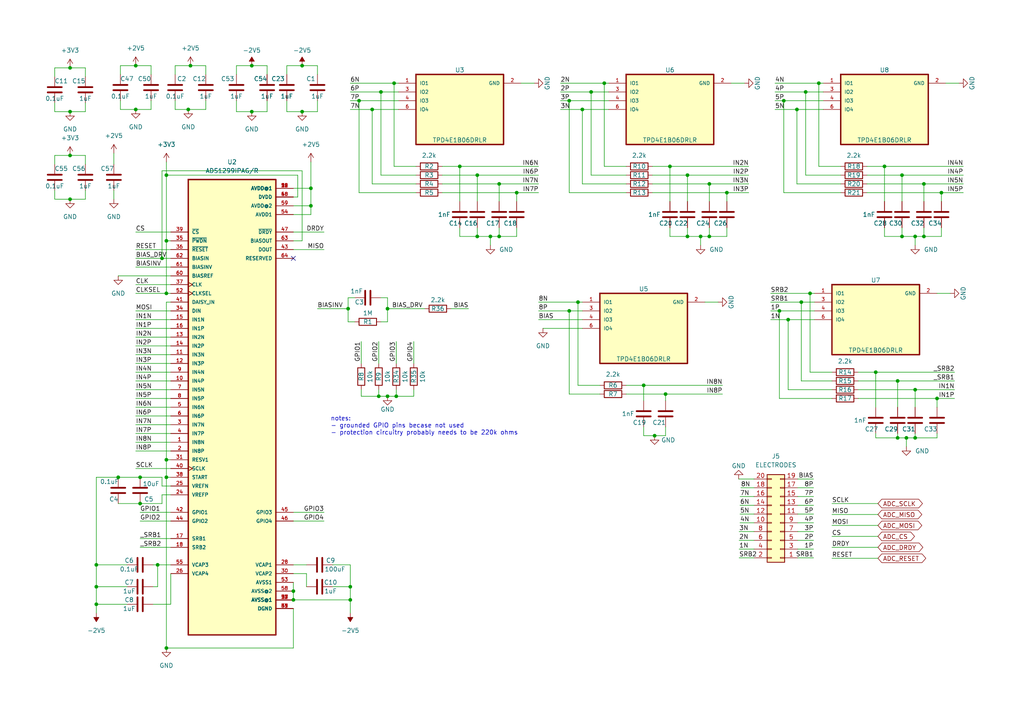
<source format=kicad_sch>
(kicad_sch (version 20231120) (generator "eeschema") (generator_version "8.0")
  (paper "A4")
  (junction (at 167.64 87.63))
  (junction (at 237.49 24.13))
  (junction (at 144.78 53.34))
  (junction (at 138.43 50.8))
  (junction (at 231.14 31.75))
  (junction (at 144.78 68.58))
  (junction (at 165.1 29.21))
  (junction (at 20.32 45.085))
  (junction (at 256.54 48.26))
  (junction (at 267.97 53.34))
  (junction (at 273.05 55.88))
  (junction (at 142.24 68.58))
  (junction (at 27.94 175.26))
  (junction (at 39.37 31.75))
  (junction (at 109.855 114.935))
  (junction (at 39.37 19.05))
  (junction (at 48.26 187.96))
  (junction (at 85.09 173.99))
  (junction (at 171.45 26.67))
  (junction (at 87.63 32.385))
  (junction (at 165.1 90.17))
  (junction (at 40.64 146.05))
  (junction (at 149.86 55.88))
  (junction (at 27.94 170.18))
  (junction (at 20.32 32.385))
  (junction (at 101.6 170.18))
  (junction (at 199.39 50.8))
  (junction (at 46.99 74.93))
  (junction (at 114.935 114.935))
  (junction (at 114.3 24.13))
  (junction (at 104.14 29.21))
  (junction (at 54.61 31.75))
  (junction (at 199.39 68.58))
  (junction (at 40.64 138.43))
  (junction (at 110.49 26.67))
  (junction (at 260.35 127))
  (junction (at 90.17 54.61))
  (junction (at 265.43 113.03))
  (junction (at 228.6 92.71))
  (junction (at 205.74 53.34))
  (junction (at 262.89 127))
  (junction (at 55.245 19.05))
  (junction (at 87.63 19.05))
  (junction (at 261.62 68.58))
  (junction (at 100.965 89.535))
  (junction (at 265.43 127))
  (junction (at 138.43 68.58))
  (junction (at 234.95 85.09))
  (junction (at 267.97 68.58))
  (junction (at 45.72 163.83))
  (junction (at 48.26 85.09))
  (junction (at 73.025 32.385))
  (junction (at 168.91 31.75))
  (junction (at 175.26 24.13))
  (junction (at 210.82 55.88))
  (junction (at 20.32 57.785))
  (junction (at 48.26 69.85))
  (junction (at 260.35 110.49))
  (junction (at 189.865 126.365))
  (junction (at 265.43 68.58))
  (junction (at 48.26 50.8))
  (junction (at 186.69 111.76))
  (junction (at 107.95 31.75))
  (junction (at 227.33 29.21))
  (junction (at 73.025 19.05))
  (junction (at 48.26 133.35))
  (junction (at 271.78 115.57))
  (junction (at 85.09 171.45))
  (junction (at 232.41 87.63))
  (junction (at 101.6 173.99))
  (junction (at 20.32 19.685))
  (junction (at 193.04 114.3))
  (junction (at 112.395 114.935))
  (junction (at 133.35 48.26))
  (junction (at 203.2 68.58))
  (junction (at 90.17 59.69))
  (junction (at 194.31 48.26))
  (junction (at 205.74 68.58))
  (junction (at 27.94 163.83))
  (junction (at 233.68 26.67))
  (junction (at 112.395 89.535))
  (junction (at 261.62 50.8))
  (junction (at 34.29 138.43))
  (junction (at 254 107.95))
  (junction (at 226.06 90.17))
  (junction (at 48.26 138.43))
  (no_connect (at 85.09 74.93))
  (wire (pts (xy 101.6 31.75) (xy 107.95 31.75)))
  (wire (pts (xy 231.394 159.258) (xy 235.966 159.258)))
  (wire (pts (xy 102.87 86.36) (xy 100.965 86.36)))
  (wire (pts (xy 204.47 87.63) (xy 208.28 87.63)))
  (wire (pts (xy 271.78 115.57) (xy 271.78 118.11)))
  (wire (pts (xy 168.91 31.75) (xy 168.91 53.34)))
  (wire (pts (xy 85.09 168.91) (xy 85.09 171.45)))
  (wire (pts (xy 194.31 66.04) (xy 194.31 68.58)))
  (wire (pts (xy 68.58 19.05) (xy 73.025 19.05)))
  (wire (pts (xy 39.37 72.39) (xy 49.53 72.39)))
  (wire (pts (xy 24.765 45.085) (xy 24.765 47.625)))
  (wire (pts (xy 90.17 46.99) (xy 90.17 54.61)))
  (wire (pts (xy 261.62 50.8) (xy 261.62 58.42)))
  (wire (pts (xy 39.37 92.71) (xy 49.53 92.71)))
  (wire (pts (xy 85.09 57.15) (xy 86.36 57.15)))
  (wire (pts (xy 144.78 53.34) (xy 144.78 58.42)))
  (wire (pts (xy 210.82 66.04) (xy 210.82 68.58)))
  (wire (pts (xy 265.43 125.73) (xy 265.43 127)))
  (wire (pts (xy 46.99 49.53) (xy 46.99 74.93)))
  (wire (pts (xy 156.21 90.17) (xy 165.1 90.17)))
  (wire (pts (xy 205.74 66.04) (xy 205.74 68.58)))
  (wire (pts (xy 133.35 48.26) (xy 156.21 48.26)))
  (wire (pts (xy 50.8 31.75) (xy 54.61 31.75)))
  (wire (pts (xy 48.26 138.43) (xy 48.26 187.96)))
  (wire (pts (xy 20.32 57.785) (xy 24.765 57.785)))
  (wire (pts (xy 48.26 133.35) (xy 48.26 138.43)))
  (wire (pts (xy 24.765 32.385) (xy 24.765 29.845)))
  (wire (pts (xy 256.54 48.26) (xy 256.54 58.42)))
  (wire (pts (xy 27.94 138.43) (xy 34.29 138.43)))
  (wire (pts (xy 248.92 115.57) (xy 271.78 115.57)))
  (wire (pts (xy 189.865 126.365) (xy 193.04 126.365)))
  (wire (pts (xy 231.394 146.558) (xy 235.966 146.558)))
  (wire (pts (xy 33.02 55.245) (xy 33.02 57.785)))
  (wire (pts (xy 271.78 115.57) (xy 276.86 115.57)))
  (wire (pts (xy 241.3 158.75) (xy 254.635 158.75)))
  (wire (pts (xy 46.99 140.97) (xy 46.99 138.43)))
  (wire (pts (xy 199.39 50.8) (xy 217.17 50.8)))
  (wire (pts (xy 85.09 54.61) (xy 90.17 54.61)))
  (wire (pts (xy 165.1 90.17) (xy 165.1 114.3)))
  (wire (pts (xy 101.6 26.67) (xy 110.49 26.67)))
  (wire (pts (xy 87.63 32.385) (xy 92.075 32.385)))
  (wire (pts (xy 44.45 175.26) (xy 49.53 175.26)))
  (wire (pts (xy 256.54 68.58) (xy 261.62 68.58)))
  (wire (pts (xy 271.78 85.09) (xy 275.59 85.09)))
  (wire (pts (xy 34.925 29.21) (xy 34.925 31.75)))
  (wire (pts (xy 44.45 163.83) (xy 45.72 163.83)))
  (wire (pts (xy 260.35 110.49) (xy 260.35 118.11)))
  (wire (pts (xy 214.63 146.558) (xy 218.694 146.558)))
  (wire (pts (xy 193.04 114.3) (xy 209.55 114.3)))
  (wire (pts (xy 48.26 133.35) (xy 48.26 87.63)))
  (wire (pts (xy 34.29 146.05) (xy 40.64 146.05)))
  (wire (pts (xy 171.45 26.67) (xy 176.53 26.67)))
  (wire (pts (xy 251.46 48.26) (xy 256.54 48.26)))
  (wire (pts (xy 171.45 26.67) (xy 171.45 50.8)))
  (wire (pts (xy 214.376 159.258) (xy 218.694 159.258)))
  (wire (pts (xy 227.33 29.21) (xy 238.76 29.21)))
  (wire (pts (xy 27.94 163.83) (xy 36.83 163.83)))
  (wire (pts (xy 34.29 138.43) (xy 40.64 138.43)))
  (wire (pts (xy 109.855 99.06) (xy 109.855 105.41)))
  (wire (pts (xy 262.89 127) (xy 265.43 127)))
  (wire (pts (xy 39.37 67.31) (xy 49.53 67.31)))
  (wire (pts (xy 142.24 68.58) (xy 144.78 68.58)))
  (wire (pts (xy 39.37 125.73) (xy 49.53 125.73)))
  (wire (pts (xy 162.56 24.13) (xy 175.26 24.13)))
  (wire (pts (xy 43.815 31.75) (xy 43.815 29.21)))
  (wire (pts (xy 110.49 26.67) (xy 110.49 50.8)))
  (wire (pts (xy 144.78 66.04) (xy 144.78 68.58)))
  (wire (pts (xy 40.64 158.75) (xy 49.53 158.75)))
  (wire (pts (xy 231.394 161.798) (xy 235.966 161.798)))
  (wire (pts (xy 112.395 86.36) (xy 112.395 89.535)))
  (wire (pts (xy 223.52 92.71) (xy 228.6 92.71)))
  (wire (pts (xy 15.875 47.625) (xy 15.875 45.085)))
  (wire (pts (xy 128.27 48.26) (xy 133.35 48.26)))
  (wire (pts (xy 39.37 118.11) (xy 49.53 118.11)))
  (wire (pts (xy 162.56 29.21) (xy 165.1 29.21)))
  (wire (pts (xy 167.64 111.76) (xy 173.99 111.76)))
  (wire (pts (xy 39.37 85.09) (xy 48.26 85.09)))
  (wire (pts (xy 85.09 59.69) (xy 90.17 59.69)))
  (wire (pts (xy 39.37 19.05) (xy 43.815 19.05)))
  (wire (pts (xy 85.09 151.13) (xy 93.98 151.13)))
  (wire (pts (xy 189.23 48.26) (xy 194.31 48.26)))
  (wire (pts (xy 133.35 66.04) (xy 133.35 68.58)))
  (wire (pts (xy 224.79 29.21) (xy 227.33 29.21)))
  (wire (pts (xy 224.79 26.67) (xy 233.68 26.67)))
  (wire (pts (xy 234.95 107.95) (xy 241.3 107.95)))
  (wire (pts (xy 138.43 50.8) (xy 138.43 58.42)))
  (wire (pts (xy 120.015 99.06) (xy 120.015 105.41)))
  (wire (pts (xy 214.376 154.178) (xy 218.694 154.178)))
  (wire (pts (xy 39.37 130.81) (xy 49.53 130.81)))
  (wire (pts (xy 231.394 151.638) (xy 235.966 151.638)))
  (wire (pts (xy 226.06 115.57) (xy 241.3 115.57)))
  (wire (pts (xy 214.376 161.798) (xy 218.694 161.798)))
  (wire (pts (xy 39.37 95.25) (xy 49.53 95.25)))
  (wire (pts (xy 149.86 66.04) (xy 149.86 68.58)))
  (wire (pts (xy 83.185 32.385) (xy 87.63 32.385)))
  (wire (pts (xy 59.69 19.05) (xy 59.69 21.59)))
  (wire (pts (xy 92.075 19.05) (xy 92.075 21.59)))
  (wire (pts (xy 254 107.95) (xy 276.86 107.95)))
  (wire (pts (xy 36.83 175.26) (xy 27.94 175.26)))
  (wire (pts (xy 15.875 45.085) (xy 20.32 45.085)))
  (wire (pts (xy 181.61 111.76) (xy 186.69 111.76)))
  (wire (pts (xy 138.43 68.58) (xy 142.24 68.58)))
  (wire (pts (xy 241.3 161.925) (xy 254.635 161.925)))
  (wire (pts (xy 261.62 68.58) (xy 265.43 68.58)))
  (wire (pts (xy 96.52 163.83) (xy 101.6 163.83)))
  (wire (pts (xy 87.63 49.53) (xy 46.99 49.53)))
  (wire (pts (xy 46.99 146.05) (xy 40.64 146.05)))
  (wire (pts (xy 189.23 50.8) (xy 199.39 50.8)))
  (wire (pts (xy 260.35 125.73) (xy 260.35 127)))
  (wire (pts (xy 199.39 66.04) (xy 199.39 68.58)))
  (wire (pts (xy 46.99 143.51) (xy 46.99 146.05)))
  (wire (pts (xy 85.09 176.53) (xy 85.09 187.96)))
  (wire (pts (xy 273.05 55.88) (xy 273.05 58.42)))
  (wire (pts (xy 273.05 55.88) (xy 279.4 55.88)))
  (wire (pts (xy 233.68 50.8) (xy 243.84 50.8)))
  (wire (pts (xy 104.775 114.935) (xy 109.855 114.935)))
  (wire (pts (xy 46.99 74.93) (xy 49.53 74.93)))
  (wire (pts (xy 260.35 110.49) (xy 276.86 110.49)))
  (wire (pts (xy 237.49 48.26) (xy 243.84 48.26)))
  (wire (pts (xy 241.3 149.225) (xy 254.635 149.225)))
  (wire (pts (xy 85.09 173.99) (xy 101.6 173.99)))
  (wire (pts (xy 86.36 57.15) (xy 86.36 50.8)))
  (wire (pts (xy 165.1 29.21) (xy 165.1 55.88)))
  (wire (pts (xy 50.8 19.05) (xy 55.245 19.05)))
  (wire (pts (xy 265.43 113.03) (xy 265.43 118.11)))
  (wire (pts (xy 265.43 68.58) (xy 265.43 71.12)))
  (wire (pts (xy 104.14 55.88) (xy 120.65 55.88)))
  (wire (pts (xy 101.6 24.13) (xy 114.3 24.13)))
  (wire (pts (xy 156.21 87.63) (xy 167.64 87.63)))
  (wire (pts (xy 86.36 50.8) (xy 48.26 50.8)))
  (wire (pts (xy 50.8 29.21) (xy 50.8 31.75)))
  (wire (pts (xy 144.78 53.34) (xy 156.21 53.34)))
  (wire (pts (xy 49.53 140.97) (xy 46.99 140.97)))
  (wire (pts (xy 43.815 19.05) (xy 43.815 21.59)))
  (wire (pts (xy 44.45 170.18) (xy 45.72 170.18)))
  (wire (pts (xy 33.02 44.45) (xy 33.02 47.625)))
  (wire (pts (xy 34.925 31.75) (xy 39.37 31.75)))
  (wire (pts (xy 203.2 68.58) (xy 203.2 71.12)))
  (wire (pts (xy 39.37 110.49) (xy 49.53 110.49)))
  (wire (pts (xy 241.3 146.05) (xy 254.635 146.05)))
  (wire (pts (xy 101.6 29.21) (xy 104.14 29.21)))
  (wire (pts (xy 39.37 31.75) (xy 43.815 31.75)))
  (wire (pts (xy 85.09 187.96) (xy 48.26 187.96)))
  (wire (pts (xy 251.46 55.88) (xy 273.05 55.88)))
  (wire (pts (xy 39.37 107.95) (xy 49.53 107.95)))
  (wire (pts (xy 49.53 85.09) (xy 48.26 85.09)))
  (wire (pts (xy 90.17 54.61) (xy 90.17 59.69)))
  (wire (pts (xy 267.97 53.34) (xy 279.4 53.34)))
  (wire (pts (xy 128.27 53.34) (xy 144.78 53.34)))
  (wire (pts (xy 83.185 21.59) (xy 83.185 19.05)))
  (wire (pts (xy 214.249 138.938) (xy 218.694 138.938)))
  (wire (pts (xy 171.45 50.8) (xy 181.61 50.8)))
  (wire (pts (xy 110.49 50.8) (xy 120.65 50.8)))
  (wire (pts (xy 59.69 31.75) (xy 59.69 29.21)))
  (wire (pts (xy 15.875 55.245) (xy 15.875 57.785)))
  (wire (pts (xy 193.04 114.3) (xy 193.04 116.205)))
  (wire (pts (xy 48.26 69.85) (xy 49.53 69.85)))
  (wire (pts (xy 112.395 114.935) (xy 114.935 114.935)))
  (wire (pts (xy 20.32 19.685) (xy 24.765 19.685)))
  (wire (pts (xy 142.24 68.58) (xy 142.24 71.12)))
  (wire (pts (xy 107.95 53.34) (xy 120.65 53.34)))
  (wire (pts (xy 231.14 53.34) (xy 243.84 53.34)))
  (wire (pts (xy 175.26 24.13) (xy 176.53 24.13)))
  (wire (pts (xy 214.63 144.018) (xy 218.694 144.018)))
  (wire (pts (xy 101.6 163.83) (xy 101.6 170.18)))
  (wire (pts (xy 248.92 110.49) (xy 260.35 110.49)))
  (wire (pts (xy 15.875 32.385) (xy 20.32 32.385)))
  (wire (pts (xy 157.48 95.25) (xy 168.91 95.25)))
  (wire (pts (xy 223.52 87.63) (xy 232.41 87.63)))
  (wire (pts (xy 36.83 170.18) (xy 27.94 170.18)))
  (wire (pts (xy 87.63 19.05) (xy 92.075 19.05)))
  (wire (pts (xy 194.31 48.26) (xy 217.17 48.26)))
  (wire (pts (xy 85.09 69.85) (xy 87.63 69.85)))
  (wire (pts (xy 138.43 66.04) (xy 138.43 68.58)))
  (wire (pts (xy 45.72 163.83) (xy 49.53 163.83)))
  (wire (pts (xy 168.91 53.34) (xy 181.61 53.34)))
  (wire (pts (xy 114.935 113.03) (xy 114.935 114.935)))
  (wire (pts (xy 189.23 53.34) (xy 205.74 53.34)))
  (wire (pts (xy 205.74 68.58) (xy 210.82 68.58)))
  (wire (pts (xy 110.49 86.36) (xy 112.395 86.36)))
  (wire (pts (xy 104.14 29.21) (xy 104.14 55.88)))
  (wire (pts (xy 237.49 24.13) (xy 237.49 48.26)))
  (wire (pts (xy 231.394 141.478) (xy 235.966 141.478)))
  (wire (pts (xy 261.62 50.8) (xy 279.4 50.8)))
  (wire (pts (xy 73.025 32.385) (xy 77.47 32.385)))
  (wire (pts (xy 39.37 105.41) (xy 49.53 105.41)))
  (wire (pts (xy 199.39 68.58) (xy 203.2 68.58)))
  (wire (pts (xy 194.31 68.58) (xy 199.39 68.58)))
  (wire (pts (xy 231.394 144.018) (xy 235.966 144.018)))
  (wire (pts (xy 214.63 151.638) (xy 218.694 151.638)))
  (wire (pts (xy 205.74 53.34) (xy 205.74 58.42)))
  (wire (pts (xy 112.395 89.535) (xy 112.395 93.345)))
  (wire (pts (xy 186.69 111.76) (xy 209.55 111.76)))
  (wire (pts (xy 27.94 163.83) (xy 27.94 170.18)))
  (wire (pts (xy 267.97 68.58) (xy 273.05 68.58)))
  (wire (pts (xy 228.6 92.71) (xy 228.6 113.03)))
  (wire (pts (xy 54.61 31.75) (xy 59.69 31.75)))
  (wire (pts (xy 256.54 66.04) (xy 256.54 68.58)))
  (wire (pts (xy 77.47 19.05) (xy 77.47 21.59)))
  (wire (pts (xy 175.26 48.26) (xy 181.61 48.26)))
  (wire (pts (xy 167.64 87.63) (xy 167.64 111.76)))
  (wire (pts (xy 85.09 166.37) (xy 88.9 166.37)))
  (wire (pts (xy 27.94 175.26) (xy 27.94 177.8)))
  (wire (pts (xy 15.875 29.845) (xy 15.875 32.385)))
  (wire (pts (xy 251.46 53.34) (xy 267.97 53.34)))
  (wire (pts (xy 144.78 68.58) (xy 149.86 68.58)))
  (wire (pts (xy 39.37 135.89) (xy 49.53 135.89)))
  (wire (pts (xy 186.69 123.825) (xy 186.69 126.365)))
  (wire (pts (xy 39.37 120.65) (xy 49.53 120.65)))
  (wire (pts (xy 101.6 170.18) (xy 96.52 170.18)))
  (wire (pts (xy 50.8 21.59) (xy 50.8 19.05)))
  (wire (pts (xy 83.185 19.05) (xy 87.63 19.05)))
  (wire (pts (xy 101.6 170.18) (xy 101.6 173.99)))
  (wire (pts (xy 234.95 85.09) (xy 234.95 107.95)))
  (wire (pts (xy 39.37 74.93) (xy 46.99 74.93)))
  (wire (pts (xy 199.39 50.8) (xy 199.39 58.42)))
  (wire (pts (xy 156.21 92.71) (xy 168.91 92.71)))
  (wire (pts (xy 83.185 29.21) (xy 83.185 32.385)))
  (wire (pts (xy 248.92 113.03) (xy 265.43 113.03)))
  (wire (pts (xy 227.33 55.88) (xy 243.84 55.88)))
  (wire (pts (xy 110.49 93.345) (xy 112.395 93.345)))
  (wire (pts (xy 100.965 89.535) (xy 100.965 93.345)))
  (wire (pts (xy 128.27 50.8) (xy 138.43 50.8)))
  (wire (pts (xy 267.97 66.04) (xy 267.97 68.58)))
  (wire (pts (xy 114.935 99.06) (xy 114.935 105.41)))
  (wire (pts (xy 24.765 57.785) (xy 24.765 55.245)))
  (wire (pts (xy 254 125.73) (xy 254 127)))
  (wire (pts (xy 92.075 32.385) (xy 92.075 29.21)))
  (wire (pts (xy 237.49 24.13) (xy 238.76 24.13)))
  (wire (pts (xy 85.09 171.45) (xy 85.09 173.99)))
  (wire (pts (xy 39.37 100.33) (xy 49.53 100.33)))
  (wire (pts (xy 273.05 66.04) (xy 273.05 68.58)))
  (wire (pts (xy 233.68 26.67) (xy 238.76 26.67)))
  (wire (pts (xy 194.31 48.26) (xy 194.31 58.42)))
  (wire (pts (xy 114.3 24.13) (xy 114.3 48.26)))
  (wire (pts (xy 48.26 133.35) (xy 49.53 133.35)))
  (wire (pts (xy 68.58 29.21) (xy 68.58 32.385)))
  (wire (pts (xy 224.79 24.13) (xy 237.49 24.13)))
  (wire (pts (xy 114.935 114.935) (xy 120.015 114.935)))
  (wire (pts (xy 27.94 138.43) (xy 27.94 163.83)))
  (wire (pts (xy 233.68 26.67) (xy 233.68 50.8)))
  (wire (pts (xy 165.1 29.21) (xy 176.53 29.21)))
  (wire (pts (xy 39.37 102.87) (xy 49.53 102.87)))
  (wire (pts (xy 20.32 32.385) (xy 24.765 32.385)))
  (wire (pts (xy 267.97 53.34) (xy 267.97 58.42)))
  (wire (pts (xy 104.775 113.03) (xy 104.775 114.935)))
  (wire (pts (xy 77.47 32.385) (xy 77.47 29.21)))
  (wire (pts (xy 114.3 24.13) (xy 115.57 24.13)))
  (wire (pts (xy 73.025 19.05) (xy 77.47 19.05)))
  (wire (pts (xy 231.394 156.718) (xy 235.966 156.718)))
  (wire (pts (xy 48.26 138.43) (xy 49.53 138.43)))
  (wire (pts (xy 149.86 55.88) (xy 149.86 58.42)))
  (wire (pts (xy 205.74 53.34) (xy 217.17 53.34)))
  (wire (pts (xy 20.32 45.085) (xy 24.765 45.085)))
  (wire (pts (xy 40.64 156.21) (xy 49.53 156.21)))
  (wire (pts (xy 39.37 82.55) (xy 49.53 82.55)))
  (wire (pts (xy 210.82 55.88) (xy 217.17 55.88)))
  (wire (pts (xy 226.06 90.17) (xy 236.22 90.17)))
  (wire (pts (xy 232.41 110.49) (xy 241.3 110.49)))
  (wire (pts (xy 232.41 87.63) (xy 236.22 87.63)))
  (wire (pts (xy 34.29 80.01) (xy 49.53 80.01)))
  (wire (pts (xy 39.37 123.19) (xy 49.53 123.19)))
  (wire (pts (xy 214.63 149.098) (xy 218.694 149.098)))
  (wire (pts (xy 109.855 114.935) (xy 112.395 114.935)))
  (wire (pts (xy 214.884 141.478) (xy 218.694 141.478)))
  (wire (pts (xy 181.61 114.3) (xy 193.04 114.3)))
  (wire (pts (xy 49.53 143.51) (xy 46.99 143.51)))
  (wire (pts (xy 261.62 66.04) (xy 261.62 68.58)))
  (wire (pts (xy 265.43 68.58) (xy 267.97 68.58)))
  (wire (pts (xy 39.37 90.17) (xy 49.53 90.17)))
  (wire (pts (xy 162.56 31.75) (xy 168.91 31.75)))
  (wire (pts (xy 15.875 57.785) (xy 20.32 57.785)))
  (wire (pts (xy 101.6 173.99) (xy 101.6 177.8)))
  (wire (pts (xy 104.775 99.06) (xy 104.775 105.41)))
  (wire (pts (xy 85.09 148.59) (xy 93.98 148.59)))
  (wire (pts (xy 130.81 89.535) (xy 135.89 89.535)))
  (wire (pts (xy 133.35 48.26) (xy 133.35 58.42)))
  (wire (pts (xy 109.855 113.03) (xy 109.855 114.935)))
  (wire (pts (xy 248.92 107.95) (xy 254 107.95)))
  (wire (pts (xy 231.394 154.178) (xy 235.966 154.178)))
  (wire (pts (xy 262.89 127) (xy 262.89 129.54)))
  (wire (pts (xy 34.925 21.59) (xy 34.925 19.05)))
  (wire (pts (xy 88.9 166.37) (xy 88.9 170.18)))
  (wire (pts (xy 223.52 90.17) (xy 226.06 90.17)))
  (wire (pts (xy 85.09 72.39) (xy 93.98 72.39)))
  (wire (pts (xy 212.09 24.13) (xy 215.9 24.13)))
  (wire (pts (xy 223.52 85.09) (xy 234.95 85.09)))
  (wire (pts (xy 39.37 128.27) (xy 49.53 128.27)))
  (wire (pts (xy 175.26 24.13) (xy 175.26 48.26)))
  (wire (pts (xy 90.17 59.69) (xy 90.17 62.23)))
  (wire (pts (xy 228.6 92.71) (xy 236.22 92.71)))
  (wire (pts (xy 68.58 32.385) (xy 73.025 32.385)))
  (wire (pts (xy 39.37 97.79) (xy 49.53 97.79)))
  (wire (pts (xy 224.79 31.75) (xy 231.14 31.75)))
  (wire (pts (xy 39.37 77.47) (xy 49.53 77.47)))
  (wire (pts (xy 231.394 138.938) (xy 235.966 138.938)))
  (wire (pts (xy 48.26 50.8) (xy 48.26 69.85)))
  (wire (pts (xy 231.14 31.75) (xy 238.76 31.75)))
  (wire (pts (xy 231.14 31.75) (xy 231.14 53.34)))
  (wire (pts (xy 112.395 89.535) (xy 123.19 89.535)))
  (wire (pts (xy 46.99 138.43) (xy 40.64 138.43)))
  (wire (pts (xy 265.43 127) (xy 271.78 127)))
  (wire (pts (xy 39.37 115.57) (xy 49.53 115.57)))
  (wire (pts (xy 48.26 46.99) (xy 48.26 50.8)))
  (wire (pts (xy 40.64 148.59) (xy 49.53 148.59)))
  (wire (pts (xy 165.1 114.3) (xy 173.99 114.3)))
  (wire (pts (xy 241.3 152.4) (xy 254.635 152.4)))
  (wire (pts (xy 149.86 55.88) (xy 156.21 55.88)))
  (wire (pts (xy 48.26 87.63) (xy 49.53 87.63)))
  (wire (pts (xy 24.765 19.685) (xy 24.765 22.225)))
  (wire (pts (xy 232.41 87.63) (xy 232.41 110.49)))
  (wire (pts (xy 254 107.95) (xy 254 118.11)))
  (wire (pts (xy 49.53 166.37) (xy 49.53 175.26)))
  (wire (pts (xy 100.965 86.36) (xy 100.965 89.535)))
  (wire (pts (xy 271.78 125.73) (xy 271.78 127)))
  (wire (pts (xy 45.72 170.18) (xy 45.72 163.83)))
  (wire (pts (xy 203.2 68.58) (xy 205.74 68.58)))
  (wire (pts (xy 15.875 22.225) (xy 15.875 19.685)))
  (wire (pts (xy 100.965 93.345) (xy 102.87 93.345)))
  (wire (pts (xy 114.3 48.26) (xy 120.65 48.26)))
  (wire (pts (xy 48.26 69.85) (xy 48.26 85.09)))
  (wire (pts (xy 265.43 113.03) (xy 276.86 113.03)))
  (wire (pts (xy 241.3 155.575) (xy 254.635 155.575)))
  (wire (pts (xy 55.245 19.05) (xy 59.69 19.05)))
  (wire (pts (xy 254 127) (xy 260.35 127)))
  (wire (pts (xy 165.1 55.88) (xy 181.61 55.88)))
  (wire (pts (xy 85.09 163.83) (xy 88.9 163.83)))
  (wire (pts (xy 214.376 156.718) (xy 218.694 156.718)))
  (wire (pts (xy 151.13 24.13) (xy 154.94 24.13)))
  (wire (pts (xy 104.14 29.21) (xy 115.57 29.21)))
  (wire (pts (xy 231.394 149.098) (xy 235.966 149.098)))
  (wire (pts (xy 107.95 31.75) (xy 107.95 53.34)))
  (wire (pts (xy 189.23 55.88) (xy 210.82 55.88)))
  (wire (pts (xy 128.27 55.88) (xy 149.86 55.88)))
  (wire (pts (xy 260.35 127) (xy 262.89 127)))
  (wire (pts (xy 90.17 62.23) (xy 85.09 62.23)))
  (wire (pts (xy 92.075 89.535) (xy 100.965 89.535)))
  (wire (pts (xy 167.64 87.63) (xy 168.91 87.63)))
  (wire (pts (xy 226.06 90.17) (xy 226.06 115.57)))
  (wire (pts (xy 68.58 21.59) (xy 68.58 19.05)))
  (wire (pts (xy 193.04 123.825) (xy 193.04 126.365)))
  (wire (pts (xy 107.95 31.75) (xy 115.57 31.75)))
  (wire (pts (xy 85.09 67.31) (xy 93.98 67.31)))
  (wire (pts (xy 210.82 55.88) (xy 210.82 58.42)))
  (wire (pts (xy 40.64 151.13) (xy 49.53 151.13)))
  (wire (pts (xy 165.1 90.17) (xy 168.91 90.17)))
  (wire (pts (xy 234.95 85.09) (xy 236.22 85.09)))
  (wire (pts (xy 34.925 19.05) (xy 39.37 19.05)))
  (wire (pts (xy 138.43 50.8) (xy 156.21 50.8)))
  (wire (pts (xy 162.56 26.67) (xy 171.45 26.67)))
  (wire (pts (xy 15.875 19.685) (xy 20.32 19.685)))
  (wire (pts (xy 256.54 48.26) (xy 279.4 48.26)))
  (wire (pts (xy 251.46 50.8) (xy 261.62 50.8)))
  (wire (pts (xy 133.35 68.58) (xy 138.43 68.58)))
  (wire (pts (xy 186.69 111.76) (xy 186.69 116.205)))
  (wire (pts (xy 168.91 31.75) (xy 176.53 31.75)))
  (wire (pts (xy 227.33 29.21) (xy 227.33 55.88)))
  (wire (pts (xy 27.94 170.18) (xy 27.94 175.26)))
  (wire (pts (xy 39.37 113.03) (xy 49.53 113.03)))
  (wire (pts (xy 228.6 113.03) (xy 241.3 113.03)))
  (wire (pts (xy 110.49 26.67) (xy 115.57 26.67)))
  (wire (pts (xy 186.69 126.365) (xy 189.865 126.365)))
  (wire (pts (xy 120.015 114.935) (xy 120.015 113.03)))
  (wire (pts (xy 274.32 24.13) (xy 278.13 24.13)))
  (wire (pts (xy 87.63 69.85) (xy 87.63 49.53)))
  (text "notes:\n- grounded GPIO pins becase not used\n- protection circuitry probably needs to be 220k ohms" (at 95.885 126.365 0) (effects (font (size 1.27 1.27)) (justify left bottom)))
  (label "IN5N" (at 39.37 113.03 0))
  (label "6P" (at 235.966 146.558 180))
  (label "IN3N" (at 39.37 102.87 0))
  (label "4N" (at 224.79 24.13 0))
  (label "GPIO3" (at 93.98 148.59 180))
  (label "BIASINV" (at 39.37 77.47 0))
  (label "3P" (at 162.56 29.21 0))
  (label "IN1N" (at 276.86 113.03 180))
  (label "5P" (at 235.966 149.098 180))
  (label "IN4N" (at 39.37 107.95 0))
  (label "GPIO2" (at 109.855 99.06 270))
  (label "IN8P" (at 209.55 114.3 180))
  (label "_SRB1" (at 276.86 110.49 180))
  (label "IN3P" (at 217.17 55.88 180))
  (label "5N" (at 224.79 31.75 0))
  (label "_SRB1" (at 40.64 156.21 0))
  (label "IN7P" (at 156.21 55.88 180))
  (label "IN8N" (at 39.37 128.27 0))
  (label "1N" (at 223.52 92.71 0))
  (label "2P" (at 162.56 26.67 0))
  (label "BIAS_DRV" (at 39.37 74.93 0))
  (label "IN6N" (at 156.21 48.26 180))
  (label "6N" (at 214.63 146.558 0))
  (label "IN2N" (at 39.37 97.79 0))
  (label "IN2N" (at 217.17 48.26 180))
  (label "CS" (at 241.3 155.575 0))
  (label "8N" (at 214.884 141.478 0))
  (label "MOSI" (at 39.37 90.17 0))
  (label "BIAS" (at 135.89 89.535 180))
  (label "IN7N" (at 156.21 53.34 180))
  (label "6N" (at 101.6 24.13 0))
  (label "IN4N" (at 279.4 48.26 180))
  (label "3P" (at 235.966 154.178 180))
  (label "4P" (at 224.79 26.67 0))
  (label "SRB1" (at 235.966 161.798 180))
  (label "GPIO1" (at 104.775 99.06 270))
  (label "8P" (at 235.966 141.478 180))
  (label "3N" (at 162.56 31.75 0))
  (label "IN8P" (at 39.37 130.81 0))
  (label "IN5P" (at 39.37 115.57 0))
  (label "GPIO3" (at 114.935 99.06 270))
  (label "BIAS" (at 156.21 92.71 0))
  (label "GPIO4" (at 93.98 151.13 180))
  (label "CLK" (at 39.37 82.55 0))
  (label "SCLK" (at 241.3 146.05 0))
  (label "IN2P" (at 217.17 50.8 180))
  (label "MISO" (at 93.98 72.39 180))
  (label "8P" (at 156.21 90.17 0))
  (label "IN5P" (at 279.4 55.88 180))
  (label "5P" (at 224.79 29.21 0))
  (label "_SRB2" (at 40.64 158.75 0))
  (label "SCLK" (at 39.37 135.89 0))
  (label "7N" (at 214.63 144.018 0))
  (label "BIAS_DRV" (at 113.665 89.535 0))
  (label "BIAS" (at 235.966 138.938 180))
  (label "7P" (at 235.966 144.018 180))
  (label "IN1P" (at 39.37 95.25 0))
  (label "IN2P" (at 39.37 100.33 0))
  (label "4N" (at 214.63 151.638 0))
  (label "IN4P" (at 279.4 50.8 180))
  (label "SRB2" (at 214.376 161.798 0))
  (label "IN3N" (at 217.17 53.34 180))
  (label "2N" (at 162.56 24.13 0))
  (label "IN7P" (at 39.37 125.73 0))
  (label "GPIO2" (at 40.64 151.13 0))
  (label "1N" (at 214.376 159.258 0))
  (label "RESET" (at 241.3 161.925 0))
  (label "5N" (at 214.63 149.098 0))
  (label "SRB1" (at 223.52 87.63 0))
  (label "GPIO1" (at 40.64 148.59 0))
  (label "8N" (at 156.21 87.63 0))
  (label "IN6N" (at 39.37 118.11 0))
  (label "CLKSEL" (at 39.37 85.09 0))
  (label "4P" (at 235.966 151.638 180))
  (label "MISO" (at 241.3 149.225 0))
  (label "IN8N" (at 209.55 111.76 180))
  (label "CS" (at 39.37 67.31 0))
  (label "MOSI" (at 241.3 152.4 0))
  (label "1P" (at 223.52 90.17 0))
  (label "IN6P" (at 156.21 50.8 180))
  (label "DRDY" (at 241.3 158.75 0))
  (label "DRDY" (at 93.98 67.31 180))
  (label "BIASINV" (at 92.075 89.535 0))
  (label "3N" (at 214.376 154.178 0))
  (label "IN6P" (at 39.37 120.65 0))
  (label "GPIO4" (at 120.015 99.06 270))
  (label "IN1P" (at 276.86 115.57 180))
  (label "2P" (at 235.966 156.718 180))
  (label "RESET" (at 39.37 72.39 0))
  (label "IN7N" (at 39.37 123.19 0))
  (label "6P" (at 101.6 26.67 0))
  (label "IN3P" (at 39.37 105.41 0))
  (label "7N" (at 101.6 31.75 0))
  (label "1P" (at 235.966 159.258 180))
  (label "IN4P" (at 39.37 110.49 0))
  (label "IN5N" (at 279.4 53.34 180))
  (label "2N" (at 214.376 156.718 0))
  (label "SRB2" (at 223.52 85.09 0))
  (label "IN1N" (at 39.37 92.71 0))
  (label "7P" (at 101.6 29.21 0))
  (label "_SRB2" (at 276.86 107.95 180))
  (global_label "ADC_MOSI" (shape bidirectional) (at 254.635 152.4 0) (property "Intersheetrefs" "${INTERSHEET_REFS}" (effects (hide yes))))
  (global_label "ADC_CS" (shape bidirectional) (at 254.635 155.575 0) (property "Intersheetrefs" "${INTERSHEET_REFS}" (effects (hide yes))))
  (global_label "ADC_MISO" (shape bidirectional) (at 254.635 149.225 0) (property "Intersheetrefs" "${INTERSHEET_REFS}" (effects (hide yes))))
  (global_label "ADC_DRDY" (shape bidirectional) (at 254.635 158.75 0) (property "Intersheetrefs" "${INTERSHEET_REFS}" (effects (hide yes))))
  (global_label "ADC_RESET" (shape bidirectional) (at 254.635 161.925 0) (property "Intersheetrefs" "${INTERSHEET_REFS}" (effects (hide yes))))
  (global_label "ADC_SCLK" (shape bidirectional) (at 254.635 146.05 0) (property "Intersheetrefs" "${INTERSHEET_REFS}" (effects (hide yes))))
  (symbol (lib_id "Device:C") (at 24.765 26.035 0) (unit 1)
    (property "Reference" "C15" (at 22.86 23.495 0))
    (property "Value" "1uF" (at 24.765 28.575 0))
    (property "Footprint" "Capacitor_SMD:C_0402_1005Metric" (effects (hide yes)))
    (property "Description" "10V 1uF X5R ±20% 0402 Multilayer Ceramic Capacitors MLCC - SMD/SMT ROHS Copy" (effects (hide yes)))
    (property "Manufacturer" "YAGEO" (effects (hide yes)))
    (property "Manufacturer Part No." "CC0402MRX5R6BB105" (effects (hide yes)))
    (property "JLCPCB Part No." "C113791" (effects (hide yes)))
  )
  (symbol (lib_id "Device:R") (at 114.935 109.22 180) (unit 1)
    (property "Reference" "R34" (at 114.935 109.22 90))
    (property "Value" "10k" (at 117.475 109.22 90))
    (property "Footprint" "Resistor_SMD:R_0402_1005Metric" (effects (hide yes)))
    (property "Description" "62.5mW Thick Film Resistors ±100ppm/℃ ±1% 10kΩ 0402  Chip Resistor - Surface Mount ROHS" (effects (hide yes)))
    (property "Manufacturer" "UNI-ROYAL(Uniroyal Elec)" (effects (hide yes)))
    (property "Manufacturer Part No." "0402WGF1002TCE" (effects (hide yes)))
    (property "JLCPCB Part No." "C25744" (effects (hide yes)))
    (property "Package" "0402" (effects (hide yes)))
  )
  (symbol (lib_id "Misc[Personal]:TPD4E1B06DRLR") (at 254 92.71 0) (unit 1)
    (property "Reference" "U7" (at 254 81.28 0))
    (property "Value" "TPD4E1B06DRLR" (at 254 101.6 0))
    (property "Footprint" "Misc[Personal]:TPD4E1B06DRLR" (effects (hide yes)))
    (property "Description" "7V 14.5V 4 5.5V SOT(5x3)  ESD Protection Devices ROHS" (effects (hide yes)))
    (property "Manufacturer" "Texas Instruments" (effects (hide yes)))
    (property "Manufacturer Part No." "TPD4E1B06DRLR" (effects (hide yes)))
    (property "JLCPCB Part No." "C1972953" (effects (hide yes)))
    (property "Package" "SOT-23-6" (effects (hide yes)))
  )
  (symbol (lib_id "Device:C") (at 138.43 62.23 0) (unit 1)
    (property "Reference" "C16" (at 134.62 64.77 0) (effects (justify left)))
    (property "Value" "1nF" (effects (hide yes)))
    (property "Footprint" "Capacitor_SMD:C_0402_1005Metric" (effects (hide yes)))
    (property "Description" "50V 1nF C0G ±1% 0402  Multilayer Ceramic Capacitors MLCC - SMD/SMT ROHS" (effects (hide yes)))
    (property "Manufacturer" "Murata Electronics" (effects (hide yes)))
    (property "Manufacturer Part No." "GCM1555C1H102FA16D" (effects (hide yes)))
    (property "JLCPCB Part No." "C126493" (effects (hide yes)))
    (property "Package" "0402" (effects (hide yes)))
  )
  (symbol (lib_id "power:GND") (at 189.865 126.365 0) (unit 1)
    (property "Reference" "#PWR014" (effects (hide yes)))
    (property "Value" "GND" (at 191.77 127.635 0) (effects (justify left)))
  )
  (symbol (lib_id "Device:R") (at 247.65 55.88 90) (unit 1)
    (property "Reference" "R21" (at 247.65 55.88 90))
    (property "Value" "2.2k" (effects (hide yes)))
    (property "Footprint" "Resistor_SMD:R_0402_1005Metric" (effects (hide yes)))
    (property "Description" "62.5mW ±1% 2.2kΩ 0402  Chip Resistor - Surface Mount ROHS" (effects (hide yes)))
    (property "Manufacturer" "TyoHM" (effects (hide yes)))
    (property "Manufacturer Part No." "RMC04022.2K1%N" (effects (hide yes)))
    (property "JLCPCB Part No." "C325418" (effects (hide yes)))
    (property "Package" "0402" (effects (hide yes)))
  )
  (symbol (lib_id "ADC:ADS1299IPAG") (at 67.31 118.11 0) (unit 1)
    (property "Reference" "U2" (at 67.31 46.99 0))
    (property "Value" "ADS1299IPAG/R" (at 67.31 49.53 0))
    (property "Footprint" "Misc[Personal]:ADS1299IPAG" (effects (hide yes)))
    (property "Description" "8 Channel AFE 24 Bit 42 mW 64-TQFP (10x10)" (effects (hide yes)))
    (property "Manufacturer" "Texas Instruments" (effects (hide yes)))
    (property "Manufacturer Part No." "ADS1299IPAGR" (effects (hide yes)))
    (property "JLCPCB Part No." "C476817" (effects (hide yes)))
    (property "Package" "TQFP-64(10x10)" (effects (hide yes)))
  )
  (symbol (lib_id "power:+2V5") (at 55.245 19.05 0) (unit 1)
    (property "Reference" "#PWR053" (effects (hide yes)))
    (property "Value" "+2V5" (at 55.245 13.97 0))
  )
  (symbol (lib_id "Device:C") (at 92.71 170.18 90) (unit 1)
    (property "Reference" "C10" (at 95.885 168.91 90))
    (property "Value" "1uF" (at 95.885 171.45 90))
    (property "Footprint" "Capacitor_SMD:C_0402_1005Metric" (effects (hide yes)))
    (property "Description" "10V 1uF X5R ±20% 0402 Multilayer Ceramic Capacitors MLCC - SMD/SMT ROHS Copy" (effects (hide yes)))
    (property "Manufacturer" "YAGEO" (effects (hide yes)))
    (property "Manufacturer Part No." "CC0402MRX5R6BB105" (effects (hide yes)))
    (property "JLCPCB Part No." "C113791" (effects (hide yes)))
  )
  (symbol (lib_id "Device:R") (at 124.46 50.8 90) (unit 1)
    (property "Reference" "R3" (at 124.46 50.8 90))
    (property "Value" "2.2k" (effects (hide yes)))
    (property "Footprint" "Resistor_SMD:R_0402_1005Metric" (effects (hide yes)))
    (property "Description" "62.5mW ±1% 2.2kΩ 0402  Chip Resistor - Surface Mount ROHS" (effects (hide yes)))
    (property "Manufacturer" "TyoHM" (effects (hide yes)))
    (property "Manufacturer Part No." "RMC04022.2K1%N" (effects (hide yes)))
    (property "JLCPCB Part No." "C325418" (effects (hide yes)))
    (property "Package" "0402" (effects (hide yes)))
  )
  (symbol (lib_id "power:+3V3") (at 48.26 46.99 0) (unit 1)
    (property "Reference" "#PWR04" (effects (hide yes)))
    (property "Value" "+3V3" (at 48.26 41.91 0))
  )
  (symbol (lib_id "power:GND") (at 73.025 32.385 0) (unit 1)
    (property "Reference" "#PWR078" (effects (hide yes)))
    (property "Value" "GND" (at 73.025 37.465 0))
  )
  (symbol (lib_id "power:GND") (at 215.9 24.13 90) (unit 1)
    (property "Reference" "#PWR017" (effects (hide yes)))
    (property "Value" "GND" (at 219.71 24.13 0))
  )
  (symbol (lib_id "Device:C") (at 43.815 25.4 0) (unit 1)
    (property "Reference" "C50" (at 41.91 22.86 0))
    (property "Value" "1uF" (at 43.815 27.94 0))
    (property "Footprint" "Capacitor_SMD:C_0402_1005Metric" (effects (hide yes)))
    (property "Description" "10V 1uF X5R ±20% 0402 Multilayer Ceramic Capacitors MLCC - SMD/SMT ROHS Copy" (effects (hide yes)))
    (property "Manufacturer" "YAGEO" (effects (hide yes)))
    (property "Manufacturer Part No." "CC0402MRX5R6BB105" (effects (hide yes)))
    (property "JLCPCB Part No." "C113791" (effects (hide yes)))
  )
  (symbol (lib_id "Device:C") (at 199.39 62.23 0) (unit 1)
    (property "Reference" "C22" (at 195.58 64.77 0) (effects (justify left)))
    (property "Value" "1nF" (effects (hide yes)))
    (property "Footprint" "Capacitor_SMD:C_0402_1005Metric" (effects (hide yes)))
    (property "Description" "50V 1nF C0G ±1% 0402  Multilayer Ceramic Capacitors MLCC - SMD/SMT ROHS" (effects (hide yes)))
    (property "Manufacturer" "Murata Electronics" (effects (hide yes)))
    (property "Manufacturer Part No." "GCM1555C1H102FA16D" (effects (hide yes)))
    (property "JLCPCB Part No." "C126493" (effects (hide yes)))
    (property "Package" "0402" (effects (hide yes)))
  )
  (symbol (lib_id "Device:C") (at 15.875 26.035 0) (unit 1)
    (property "Reference" "C11" (at 17.78 23.495 0))
    (property "Value" "0.1uF" (at 15.875 28.575 0))
    (property "Footprint" "Capacitor_SMD:C_0402_1005Metric" (effects (hide yes)))
    (property "Description" "10V 100nF 10% X5R 0402  Multilayer Ceramic Capacitors MLCC - SMD/SMT ROHS" (effects (hide yes)))
    (property "Manufacturer" "KYOCERA AVX" (effects (hide yes)))
    (property "Manufacturer Part No." "0402ZD104KAT2A" (effects (hide yes)))
    (property "JLCPCB Part No." "C2649532" (effects (hide yes)))
    (property "Package" "0402" (effects (hide yes)))
  )
  (symbol (lib_id "Device:R") (at 106.68 93.345 90) (unit 1)
    (property "Reference" "R1" (at 106.68 93.345 90))
    (property "Value" "1M" (at 106.68 90.805 90))
    (property "Footprint" "Resistor_SMD:R_0402_1005Metric" (effects (hide yes)))
    (property "Description" "62.5mW Thick Film Resistors ±100ppm/℃ ±1% 1MΩ 0402  Chip Resistor - Surface Mount ROHS" (effects (hide yes)))
    (property "Manufacturer" "Viking Tech" (effects (hide yes)))
    (property "Manufacturer Part No." "CR-02FL6----1M" (effects (hide yes)))
    (property "JLCPCB Part No." "C409676" (effects (hide yes)))
    (property "Package" "0402" (effects (hide yes)))
  )
  (symbol (lib_id "Device:R") (at 247.65 53.34 90) (unit 1)
    (property "Reference" "R20" (at 247.65 53.34 90))
    (property "Value" "2.2k" (effects (hide yes)))
    (property "Footprint" "Resistor_SMD:R_0402_1005Metric" (effects (hide yes)))
    (property "Description" "62.5mW ±1% 2.2kΩ 0402  Chip Resistor - Surface Mount ROHS" (effects (hide yes)))
    (property "Manufacturer" "TyoHM" (effects (hide yes)))
    (property "Manufacturer Part No." "RMC04022.2K1%N" (effects (hide yes)))
    (property "JLCPCB Part No." "C325418" (effects (hide yes)))
    (property "Package" "0402" (effects (hide yes)))
  )
  (symbol (lib_id "Device:R") (at 127 89.535 90) (unit 1)
    (property "Reference" "R36" (at 127 89.535 90))
    (property "Value" "2.2k" (at 127 86.995 90))
    (property "Footprint" "Resistor_SMD:R_0402_1005Metric" (effects (hide yes)))
    (property "Description" "62.5mW ±1% 2.2kΩ 0402  Chip Resistor - Surface Mount ROHS" (effects (hide yes)))
    (property "Manufacturer" "TyoHM" (effects (hide yes)))
    (property "Manufacturer Part No." "RMC04022.2K1%N" (effects (hide yes)))
    (property "JLCPCB Part No." "C325418" (effects (hide yes)))
    (property "Package" "0402" (effects (hide yes)))
  )
  (symbol (lib_id "Device:C") (at 260.35 121.92 0) (unit 1)
    (property "Reference" "C29" (at 256.54 124.46 0) (effects (justify left)))
    (property "Value" "1nF" (effects (hide yes)))
    (property "Footprint" "Capacitor_SMD:C_0402_1005Metric" (effects (hide yes)))
    (property "Description" "50V 1nF C0G ±1% 0402  Multilayer Ceramic Capacitors MLCC - SMD/SMT ROHS" (effects (hide yes)))
    (property "Manufacturer" "Murata Electronics" (effects (hide yes)))
    (property "Manufacturer Part No." "GCM1555C1H102FA16D" (effects (hide yes)))
    (property "JLCPCB Part No." "C126493" (effects (hide yes)))
    (property "Package" "0402" (effects (hide yes)))
  )
  (symbol (lib_id "power:GND") (at 203.2 71.12 0) (unit 1)
    (property "Reference" "#PWR015" (effects (hide yes)))
    (property "Value" "GND" (at 205.74 72.39 0) (effects (justify left)))
  )
  (symbol (lib_id "Device:C") (at 106.68 86.36 270) (unit 1)
    (property "Reference" "C3" (at 102.87 87.63 90) (effects (justify left)))
    (property "Value" "1nF" (at 101.6 84.455 90) (effects (justify left)))
    (property "Footprint" "Capacitor_SMD:C_0402_1005Metric" (effects (hide yes)))
    (property "Description" "50V 1nF C0G ±1% 0402  Multilayer Ceramic Capacitors MLCC - SMD/SMT ROHS" (effects (hide yes)))
    (property "Manufacturer" "Murata Electronics" (effects (hide yes)))
    (property "Manufacturer Part No." "GCM1555C1H102FA16D" (effects (hide yes)))
    (property "JLCPCB Part No." "C126493" (effects (hide yes)))
    (property "Package" "0402" (effects (hide yes)))
  )
  (symbol (lib_id "Misc[Personal]:TPD4E1B06DRLR") (at 133.35 31.75 0) (unit 1)
    (property "Reference" "U3" (at 133.35 20.32 0))
    (property "Value" "TPD4E1B06DRLR" (at 133.35 40.64 0))
    (property "Footprint" "Misc[Personal]:TPD4E1B06DRLR" (effects (hide yes)))
    (property "Description" "7V 14.5V 4 5.5V SOT(5x3)  ESD Protection Devices ROHS" (effects (hide yes)))
    (property "Manufacturer" "Texas Instruments" (effects (hide yes)))
    (property "Manufacturer Part No." "TPD4E1B06DRLR" (effects (hide yes)))
    (property "JLCPCB Part No." "C1972953" (effects (hide yes)))
    (property "Package" "SOT-23-6" (effects (hide yes)))
  )
  (symbol (lib_id "Device:R") (at 245.11 110.49 90) (unit 1)
    (property "Reference" "R15" (at 245.11 110.49 90))
    (property "Value" "2.2k" (effects (hide yes)))
    (property "Footprint" "Resistor_SMD:R_0402_1005Metric" (effects (hide yes)))
    (property "Description" "62.5mW ±1% 2.2kΩ 0402  Chip Resistor - Surface Mount ROHS" (effects (hide yes)))
    (property "Manufacturer" "TyoHM" (effects (hide yes)))
    (property "Manufacturer Part No." "RMC04022.2K1%N" (effects (hide yes)))
    (property "JLCPCB Part No." "C325418" (effects (hide yes)))
    (property "Package" "0402" (effects (hide yes)))
  )
  (symbol (lib_id "power:GND") (at 33.02 57.785 0) (unit 1)
    (property "Reference" "#PWR082" (effects (hide yes)))
    (property "Value" "GND" (at 33.02 62.865 0))
  )
  (symbol (lib_id "power:GND") (at 112.395 114.935 0) (unit 1)
    (property "Reference" "#PWR033" (effects (hide yes)))
    (property "Value" "GND" (at 112.395 118.745 0))
  )
  (symbol (lib_id "power:+2V5") (at 39.37 19.05 0) (unit 1)
    (property "Reference" "#PWR076" (effects (hide yes)))
    (property "Value" "+2V5" (at 39.37 13.97 0))
  )
  (symbol (lib_id "Device:C") (at 40.64 170.18 90) (unit 1)
    (property "Reference" "C7" (at 37.465 168.91 90))
    (property "Value" "1uF" (at 37.465 171.45 90))
    (property "Footprint" "Capacitor_SMD:C_0402_1005Metric" (effects (hide yes)))
    (property "Description" "10V 1uF X5R ±20% 0402 Multilayer Ceramic Capacitors MLCC - SMD/SMT ROHS Copy" (effects (hide yes)))
    (property "Manufacturer" "YAGEO" (effects (hide yes)))
    (property "Manufacturer Part No." "CC0402MRX5R6BB105" (effects (hide yes)))
    (property "JLCPCB Part No." "C113791" (effects (hide yes)))
  )
  (symbol (lib_id "power:GND") (at 142.24 71.12 0) (unit 1)
    (property "Reference" "#PWR012" (effects (hide yes)))
    (property "Value" "GND" (at 144.78 72.39 0) (effects (justify left)))
  )
  (symbol (lib_id "power:GND") (at 214.249 138.938 180) (unit 1)
    (property "Reference" "#PWR05" (effects (hide yes)))
    (property "Value" "GND" (at 214.249 135.128 0))
  )
  (symbol (lib_id "power:GND") (at 157.48 95.25 0) (unit 1)
    (property "Reference" "#PWR03" (effects (hide yes)))
    (property "Value" "GND" (at 157.48 100.33 0))
  )
  (symbol (lib_id "Device:C") (at 40.64 175.26 90) (unit 1)
    (property "Reference" "C8" (at 37.465 173.99 90))
    (property "Value" "1uF" (at 37.465 176.53 90))
    (property "Footprint" "Capacitor_SMD:C_0402_1005Metric" (effects (hide yes)))
    (property "Description" "10V 1uF X5R ±20% 0402 Multilayer Ceramic Capacitors MLCC - SMD/SMT ROHS Copy" (effects (hide yes)))
    (property "Manufacturer" "YAGEO" (effects (hide yes)))
    (property "Manufacturer Part No." "CC0402MRX5R6BB105" (effects (hide yes)))
    (property "JLCPCB Part No." "C113791" (effects (hide yes)))
  )
  (symbol (lib_id "power:-2V5") (at 27.94 177.8 180) (unit 1)
    (property "Reference" "#PWR02" (effects (hide yes)))
    (property "Value" "-2V5" (at 27.94 182.88 0))
  )
  (symbol (lib_id "Device:C") (at 24.765 51.435 0) (unit 1)
    (property "Reference" "C56" (at 22.86 48.895 0))
    (property "Value" "1uF" (at 24.765 53.975 0))
    (property "Footprint" "Capacitor_SMD:C_0402_1005Metric" (effects (hide yes)))
    (property "Description" "10V 1uF X5R ±20% 0402 Multilayer Ceramic Capacitors MLCC - SMD/SMT ROHS Copy" (effects (hide yes)))
    (property "Manufacturer" "YAGEO" (effects (hide yes)))
    (property "Manufacturer Part No." "CC0402MRX5R6BB105" (effects (hide yes)))
    (property "JLCPCB Part No." "C113791" (effects (hide yes)))
  )
  (symbol (lib_id "Device:C") (at 40.64 163.83 90) (unit 1)
    (property "Reference" "C6" (at 37.465 162.56 90))
    (property "Value" "0.1uF" (at 37.465 165.1 90))
    (property "Footprint" "Capacitor_SMD:C_0402_1005Metric" (effects (hide yes)))
    (property "Description" "10V 100nF 10% X5R 0402  Multilayer Ceramic Capacitors MLCC - SMD/SMT ROHS" (effects (hide yes)))
    (property "Manufacturer" "KYOCERA AVX" (effects (hide yes)))
    (property "Manufacturer Part No." "0402ZD104KAT2A" (effects (hide yes)))
    (property "JLCPCB Part No." "C2649532" (effects (hide yes)))
    (property "Package" "0402" (effects (hide yes)))
  )
  (symbol (lib_id "power:-2V5") (at 101.6 177.8 180) (unit 1)
    (property "Reference" "#PWR07" (effects (hide yes)))
    (property "Value" "-2V5" (at 101.6 182.88 0))
  )
  (symbol (lib_id "Device:R") (at 185.42 48.26 90) (unit 1)
    (property "Reference" "R10" (at 185.42 48.26 90))
    (property "Value" "2.2k" (at 185.42 45.085 90))
    (property "Footprint" "Resistor_SMD:R_0402_1005Metric" (effects (hide yes)))
    (property "Description" "62.5mW ±1% 2.2kΩ 0402  Chip Resistor - Surface Mount ROHS" (effects (hide yes)))
    (property "Manufacturer" "TyoHM" (effects (hide yes)))
    (property "Manufacturer Part No." "RMC04022.2K1%N" (effects (hide yes)))
    (property "JLCPCB Part No." "C325418" (effects (hide yes)))
    (property "Package" "0402" (effects (hide yes)))
  )
  (symbol (lib_id "Device:R") (at 245.11 115.57 90) (unit 1)
    (property "Reference" "R17" (at 245.11 115.57 90))
    (property "Value" "2.2k" (effects (hide yes)))
    (property "Footprint" "Resistor_SMD:R_0402_1005Metric" (effects (hide yes)))
    (property "Description" "62.5mW ±1% 2.2kΩ 0402  Chip Resistor - Surface Mount ROHS" (effects (hide yes)))
    (property "Manufacturer" "TyoHM" (effects (hide yes)))
    (property "Manufacturer Part No." "RMC04022.2K1%N" (effects (hide yes)))
    (property "JLCPCB Part No." "C325418" (effects (hide yes)))
    (property "Package" "0402" (effects (hide yes)))
  )
  (symbol (lib_id "Device:C") (at 59.69 25.4 0) (unit 1)
    (property "Reference" "C12" (at 57.785 22.86 0))
    (property "Value" "1uF" (at 59.69 27.94 0))
    (property "Footprint" "Capacitor_SMD:C_0402_1005Metric" (effects (hide yes)))
    (property "Description" "10V 1uF X5R ±20% 0402 Multilayer Ceramic Capacitors MLCC - SMD/SMT ROHS Copy" (effects (hide yes)))
    (property "Manufacturer" "YAGEO" (effects (hide yes)))
    (property "Manufacturer Part No." "CC0402MRX5R6BB105" (effects (hide yes)))
    (property "JLCPCB Part No." "C113791" (effects (hide yes)))
  )
  (symbol (lib_id "Device:C") (at 205.74 62.23 0) (unit 1)
    (property "Reference" "C24" (at 201.93 64.77 0) (effects (justify left)))
    (property "Value" "1nF" (effects (hide yes)))
    (property "Footprint" "Capacitor_SMD:C_0402_1005Metric" (effects (hide yes)))
    (property "Description" "50V 1nF C0G ±1% 0402  Multilayer Ceramic Capacitors MLCC - SMD/SMT ROHS" (effects (hide yes)))
    (property "Manufacturer" "Murata Electronics" (effects (hide yes)))
    (property "Manufacturer Part No." "GCM1555C1H102FA16D" (effects (hide yes)))
    (property "JLCPCB Part No." "C126493" (effects (hide yes)))
    (property "Package" "0402" (effects (hide yes)))
  )
  (symbol (lib_id "power:GND") (at 262.89 129.54 0) (unit 1)
    (property "Reference" "#PWR018" (effects (hide yes)))
    (property "Value" "GND" (at 265.43 130.81 0) (effects (justify left)))
  )
  (symbol (lib_id "Device:C") (at 92.075 25.4 0) (unit 1)
    (property "Reference" "C1" (at 90.17 22.86 0))
    (property "Value" "1uF" (at 92.075 27.94 0))
    (property "Footprint" "Capacitor_SMD:C_0402_1005Metric" (effects (hide yes)))
    (property "Description" "10V 1uF X5R ±20% 0402 Multilayer Ceramic Capacitors MLCC - SMD/SMT ROHS Copy" (effects (hide yes)))
    (property "Manufacturer" "YAGEO" (effects (hide yes)))
    (property "Manufacturer Part No." "CC0402MRX5R6BB105" (effects (hide yes)))
    (property "JLCPCB Part No." "C113791" (effects (hide yes)))
  )
  (symbol (lib_id "power:+2V5") (at 33.02 44.45 0) (unit 1)
    (property "Reference" "#PWR081" (effects (hide yes)))
    (property "Value" "+2V5" (at 33.02 39.37 0))
  )
  (symbol (lib_id "Device:C") (at 33.02 51.435 0) (unit 1)
    (property "Reference" "C57" (at 31.115 48.895 0))
    (property "Value" "1uF" (at 33.02 53.975 0))
    (property "Footprint" "Capacitor_SMD:C_0402_1005Metric" (effects (hide yes)))
    (property "Description" "10V 1uF X5R ±20% 0402 Multilayer Ceramic Capacitors MLCC - SMD/SMT ROHS Copy" (effects (hide yes)))
    (property "Manufacturer" "YAGEO" (effects (hide yes)))
    (property "Manufacturer Part No." "CC0402MRX5R6BB105" (effects (hide yes)))
    (property "JLCPCB Part No." "C113791" (effects (hide yes)))
  )
  (symbol (lib_id "Device:C") (at 194.31 62.23 0) (unit 1)
    (property "Reference" "C20" (at 191.135 64.77 0) (effects (justify left)))
    (property "Value" "1nF" (at 187.96 62.23 0) (effects (justify left)))
    (property "Footprint" "Capacitor_SMD:C_0402_1005Metric" (effects (hide yes)))
    (property "Description" "50V 1nF C0G ±1% 0402  Multilayer Ceramic Capacitors MLCC - SMD/SMT ROHS" (effects (hide yes)))
    (property "Manufacturer" "Murata Electronics" (effects (hide yes)))
    (property "Manufacturer Part No." "GCM1555C1H102FA16D" (effects (hide yes)))
    (property "JLCPCB Part No." "C126493" (effects (hide yes)))
    (property "Package" "0402" (effects (hide yes)))
  )
  (symbol (lib_id "power:+3V3") (at 20.32 45.085 0) (unit 1)
    (property "Reference" "#PWR079" (effects (hide yes)))
    (property "Value" "+3V3" (at 20.32 40.005 0))
  )
  (symbol (lib_id "Connector_Generic:Conn_02x10_Odd_Even") (at 226.314 151.638 180) (unit 1)
    (property "Reference" "J5" (at 225.044 132.334 0))
    (property "Value" "ELECTRODES" (at 225.044 134.874 0))
    (property "Footprint" "Connector_PinHeader_2.54mm:PinHeader_2x10_P2.54mm_Vertical" (effects (hide yes)))
  )
  (symbol (lib_id "Device:C") (at 254 121.92 0) (unit 1)
    (property "Reference" "C27" (at 250.825 124.46 0) (effects (justify left)))
    (property "Value" "1nF" (at 247.65 121.92 0) (effects (justify left)))
    (property "Footprint" "Capacitor_SMD:C_0402_1005Metric" (effects (hide yes)))
    (property "Description" "50V 1nF C0G ±1% 0402  Multilayer Ceramic Capacitors MLCC - SMD/SMT ROHS" (effects (hide yes)))
    (property "Manufacturer" "Murata Electronics" (effects (hide yes)))
    (property "Manufacturer Part No." "GCM1555C1H102FA16D" (effects (hide yes)))
    (property "JLCPCB Part No." "C126493" (effects (hide yes)))
    (property "Package" "0402" (effects (hide yes)))
  )
  (symbol (lib_id "power:GND") (at 265.43 71.12 0) (unit 1)
    (property "Reference" "#PWR019" (effects (hide yes)))
    (property "Value" "GND" (at 267.97 72.39 0) (effects (justify left)))
  )
  (symbol (lib_id "Device:R") (at 124.46 48.26 90) (unit 1)
    (property "Reference" "R2" (at 124.46 48.26 90))
    (property "Value" "2.2k" (at 124.46 45.085 90))
    (property "Footprint" "Resistor_SMD:R_0402_1005Metric" (effects (hide yes)))
    (property "Description" "62.5mW ±1% 2.2kΩ 0402  Chip Resistor - Surface Mount ROHS" (effects (hide yes)))
    (property "Manufacturer" "TyoHM" (effects (hide yes)))
    (property "Manufacturer Part No." "RMC04022.2K1%N" (effects (hide yes)))
    (property "JLCPCB Part No." "C325418" (effects (hide yes)))
    (property "Package" "0402" (effects (hide yes)))
  )
  (symbol (lib_id "power:GND") (at 20.32 57.785 0) (unit 1)
    (property "Reference" "#PWR080" (effects (hide yes)))
    (property "Value" "GND" (at 20.32 62.865 0))
  )
  (symbol (lib_id "Device:R") (at 104.775 109.22 180) (unit 1)
    (property "Reference" "R8" (at 104.775 109.22 90))
    (property "Value" "10k" (at 107.315 109.22 90))
    (property "Footprint" "Resistor_SMD:R_0402_1005Metric" (effects (hide yes)))
    (property "Description" "62.5mW Thick Film Resistors ±100ppm/℃ ±1% 10kΩ 0402  Chip Resistor - Surface Mount ROHS" (effects (hide yes)))
    (property "Manufacturer" "UNI-ROYAL(Uniroyal Elec)" (effects (hide yes)))
    (property "Manufacturer Part No." "0402WGF1002TCE" (effects (hide yes)))
    (property "JLCPCB Part No." "C25744" (effects (hide yes)))
    (property "Package" "0402" (effects (hide yes)))
  )
  (symbol (lib_id "power:GND") (at 208.28 87.63 90) (unit 1)
    (property "Reference" "#PWR016" (effects (hide yes)))
    (property "Value" "GND" (at 212.09 87.63 0))
  )
  (symbol (lib_id "Device:C") (at 83.185 25.4 0) (unit 1)
    (property "Reference" "C23" (at 80.645 22.86 0))
    (property "Value" "1uF" (at 83.185 27.94 0))
    (property "Footprint" "Capacitor_SMD:C_0402_1005Metric" (effects (hide yes)))
    (property "Description" "10V 1uF X5R ±20% 0402 Multilayer Ceramic Capacitors MLCC - SMD/SMT ROHS Copy" (effects (hide yes)))
    (property "Manufacturer" "YAGEO" (effects (hide yes)))
    (property "Manufacturer Part No." "CC0402MRX5R6BB105" (effects (hide yes)))
    (property "JLCPCB Part No." "C113791" (effects (hide yes)))
  )
  (symbol (lib_id "Device:C") (at 186.69 120.015 0) (unit 1)
    (property "Reference" "C19" (at 183.515 122.555 0) (effects (justify left)))
    (property "Value" "1nF" (at 180.34 120.015 0) (effects (justify left)))
    (property "Footprint" "Capacitor_SMD:C_0402_1005Metric" (effects (hide yes)))
    (property "Description" "50V 1nF C0G ±1% 0402  Multilayer Ceramic Capacitors MLCC - SMD/SMT ROHS" (effects (hide yes)))
    (property "Manufacturer" "Murata Electronics" (effects (hide yes)))
    (property "Manufacturer Part No." "GCM1555C1H102FA16D" (effects (hide yes)))
    (property "JLCPCB Part No." "C126493" (effects (hide yes)))
    (property "Package" "0402" (effects (hide yes)))
  )
  (symbol (lib_id "Misc[Personal]:TPD4E1B06DRLR") (at 186.69 95.25 0) (unit 1)
    (property "Reference" "U5" (at 186.69 83.82 0))
    (property "Value" "TPD4E1B06DRLR" (at 186.69 104.14 0))
    (property "Footprint" "Misc[Personal]:TPD4E1B06DRLR" (effects (hide yes)))
    (property "Description" "7V 14.5V 4 5.5V SOT(5x3)  ESD Protection Devices ROHS" (effects (hide yes)))
    (property "Manufacturer" "Texas Instruments" (effects (hide yes)))
    (property "Manufacturer Part No." "TPD4E1B06DRLR" (effects (hide yes)))
    (property "JLCPCB Part No." "C1972953" (effects (hide yes)))
    (property "Package" "SOT-23-6" (effects (hide yes)))
  )
  (symbol (lib_id "Device:R") (at 245.11 113.03 90) (unit 1)
    (property "Reference" "R16" (at 245.11 113.03 90))
    (property "Value" "2.2k" (effects (hide yes)))
    (property "Footprint" "Resistor_SMD:R_0402_1005Metric" (effects (hide yes)))
    (property "Description" "62.5mW ±1% 2.2kΩ 0402  Chip Resistor - Surface Mount ROHS" (effects (hide yes)))
    (property "Manufacturer" "TyoHM" (effects (hide yes)))
    (property "Manufacturer Part No." "RMC04022.2K1%N" (effects (hide yes)))
    (property "JLCPCB Part No." "C325418" (effects (hide yes)))
    (property "Package" "0402" (effects (hide yes)))
  )
  (symbol (lib_id "Device:R") (at 177.8 111.76 90) (unit 1)
    (property "Reference" "R6" (at 177.8 111.76 90))
    (property "Value" "2.2k" (at 177.8 108.585 90))
    (property "Footprint" "Resistor_SMD:R_0402_1005Metric" (effects (hide yes)))
    (property "Description" "62.5mW ±1% 2.2kΩ 0402  Chip Resistor - Surface Mount ROHS" (effects (hide yes)))
    (property "Manufacturer" "TyoHM" (effects (hide yes)))
    (property "Manufacturer Part No." "RMC04022.2K1%N" (effects (hide yes)))
    (property "JLCPCB Part No." "C325418" (effects (hide yes)))
    (property "Package" "0402" (effects (hide yes)))
  )
  (symbol (lib_id "Device:C") (at 92.71 163.83 90) (unit 1)
    (property "Reference" "C9" (at 95.885 162.56 90))
    (property "Value" "100uF" (at 97.155 165.1 90))
    (property "Footprint" "Capacitor_SMD:C_1206_3216Metric" (effects (hide yes)))
    (property "Description" "Multilayer Ceramic Capacitors MLCC - SMD/SMT 100.0uF +/-20% 10V X5R 1206" (effects (hide yes)))
    (property "Manufacturer" "SAMSUNG ELECTRO-MECHANICS" (effects (hide yes)))
    (property "Manufacturer Part No." "CL31A107MPKNNWE" (effects (hide yes)))
    (property "JLCPCB Part No." "C7588440" (effects (hide yes)))
    (property "Package" "1206" (effects (hide yes)))
  )
  (symbol (lib_id "Device:C") (at 77.47 25.4 0) (unit 1)
    (property "Reference" "C54" (at 75.565 22.86 0))
    (property "Value" "1uF" (at 77.47 27.94 0))
    (property "Footprint" "Capacitor_SMD:C_0402_1005Metric" (effects (hide yes)))
    (property "Description" "10V 1uF X5R ±20% 0402 Multilayer Ceramic Capacitors MLCC - SMD/SMT ROHS Copy" (effects (hide yes)))
    (property "Manufacturer" "YAGEO" (effects (hide yes)))
    (property "Manufacturer Part No." "CC0402MRX5R6BB105" (effects (hide yes)))
    (property "JLCPCB Part No." "C113791" (effects (hide yes)))
  )
  (symbol (lib_id "Device:R") (at 185.42 55.88 90) (unit 1)
    (property "Reference" "R13" (at 185.42 55.88 90))
    (property "Value" "2.2k" (effects (hide yes)))
    (property "Footprint" "Resistor_SMD:R_0402_1005Metric" (effects (hide yes)))
    (property "Description" "62.5mW ±1% 2.2kΩ 0402  Chip Resistor - Surface Mount ROHS" (effects (hide yes)))
    (property "Manufacturer" "TyoHM" (effects (hide yes)))
    (property "Manufacturer Part No." "RMC04022.2K1%N" (effects (hide yes)))
    (property "JLCPCB Part No." "C325418" (effects (hide yes)))
    (property "Package" "0402" (effects (hide yes)))
  )
  (symbol (lib_id "Device:R") (at 185.42 53.34 90) (unit 1)
    (property "Reference" "R12" (at 185.42 53.34 90))
    (property "Value" "2.2k" (effects (hide yes)))
    (property "Footprint" "Resistor_SMD:R_0402_1005Metric" (effects (hide yes)))
    (property "Description" "62.5mW ±1% 2.2kΩ 0402  Chip Resistor - Surface Mount ROHS" (effects (hide yes)))
    (property "Manufacturer" "TyoHM" (effects (hide yes)))
    (property "Manufacturer Part No." "RMC04022.2K1%N" (effects (hide yes)))
    (property "JLCPCB Part No." "C325418" (effects (hide yes)))
    (property "Package" "0402" (effects (hide yes)))
  )
  (symbol (lib_id "power:+2V5") (at 90.17 46.99 0) (unit 1)
    (property "Reference" "#PWR06" (effects (hide yes)))
    (property "Value" "+2V5" (at 90.17 41.91 0))
  )
  (symbol (lib_id "Device:R") (at 120.015 109.22 180) (unit 1)
    (property "Reference" "R35" (at 120.015 109.22 90))
    (property "Value" "10k" (at 122.555 109.22 90))
    (property "Footprint" "Resistor_SMD:R_0402_1005Metric" (effects (hide yes)))
    (property "Description" "62.5mW Thick Film Resistors ±100ppm/℃ ±1% 10kΩ 0402  Chip Resistor - Surface Mount ROHS" (effects (hide yes)))
    (property "Manufacturer" "UNI-ROYAL(Uniroyal Elec)" (effects (hide yes)))
    (property "Manufacturer Part No." "0402WGF1002TCE" (effects (hide yes)))
    (property "JLCPCB Part No." "C25744" (effects (hide yes)))
    (property "Package" "0402" (effects (hide yes)))
  )
  (symbol (lib_id "Device:C") (at 144.78 62.23 0) (unit 1)
    (property "Reference" "C17" (at 140.97 64.77 0) (effects (justify left)))
    (property "Value" "1nF" (effects (hide yes)))
    (property "Footprint" "Capacitor_SMD:C_0402_1005Metric" (effects (hide yes)))
    (property "Description" "50V 1nF C0G ±1% 0402  Multilayer Ceramic Capacitors MLCC - SMD/SMT ROHS" (effects (hide yes)))
    (property "Manufacturer" "Murata Electronics" (effects (hide yes)))
    (property "Manufacturer Part No." "GCM1555C1H102FA16D" (effects (hide yes)))
    (property "JLCPCB Part No." "C126493" (effects (hide yes)))
    (property "Package" "0402" (effects (hide yes)))
  )
  (symbol (lib_id "power:GND") (at 39.37 31.75 0) (unit 1)
    (property "Reference" "#PWR077" (effects (hide yes)))
    (property "Value" "GND" (at 39.37 36.83 0))
  )
  (symbol (lib_id "power:GND") (at 278.13 24.13 90) (unit 1)
    (property "Reference" "#PWR022" (effects (hide yes)))
    (property "Value" "GND" (at 281.94 24.13 0))
  )
  (symbol (lib_id "Device:C") (at 34.29 142.24 0) (unit 1)
    (property "Reference" "C4" (at 33.02 144.78 0))
    (property "Value" "0.1uF" (at 31.75 139.7 0))
    (property "Footprint" "Capacitor_SMD:C_0402_1005Metric" (effects (hide yes)))
    (property "Description" "10V 100nF 10% X5R 0402  Multilayer Ceramic Capacitors MLCC - SMD/SMT ROHS" (effects (hide yes)))
    (property "Manufacturer" "KYOCERA AVX" (effects (hide yes)))
    (property "Manufacturer Part No." "0402ZD104KAT2A" (effects (hide yes)))
    (property "JLCPCB Part No." "C2649532" (effects (hide yes)))
    (property "Package" "0402" (effects (hide yes)))
  )
  (symbol (lib_id "power:GND") (at 48.26 187.96 0) (unit 1)
    (property "Reference" "#PWR01" (effects (hide yes)))
    (property "Value" "GND" (at 48.26 193.04 0))
  )
  (symbol (lib_id "Device:C") (at 68.58 25.4 0) (unit 1)
    (property "Reference" "C53" (at 66.04 22.86 0))
    (property "Value" "1uF" (at 68.58 27.94 0))
    (property "Footprint" "Capacitor_SMD:C_0402_1005Metric" (effects (hide yes)))
    (property "Description" "10V 1uF X5R ±20% 0402 Multilayer Ceramic Capacitors MLCC - SMD/SMT ROHS Copy" (effects (hide yes)))
    (property "Manufacturer" "YAGEO" (effects (hide yes)))
    (property "Manufacturer Part No." "CC0402MRX5R6BB105" (effects (hide yes)))
    (property "JLCPCB Part No." "C113791" (effects (hide yes)))
  )
  (symbol (lib_id "power:GND") (at 87.63 32.385 0) (unit 1)
    (property "Reference" "#PWR011" (effects (hide yes)))
    (property "Value" "GND" (at 87.63 37.465 0))
  )
  (symbol (lib_id "Device:R") (at 245.11 107.95 90) (unit 1)
    (property "Reference" "R14" (at 245.11 107.95 90))
    (property "Value" "2.2k" (at 245.11 104.775 90))
    (property "Footprint" "Resistor_SMD:R_0402_1005Metric" (effects (hide yes)))
    (property "Description" "62.5mW ±1% 2.2kΩ 0402  Chip Resistor - Surface Mount ROHS" (effects (hide yes)))
    (property "Manufacturer" "TyoHM" (effects (hide yes)))
    (property "Manufacturer Part No." "RMC04022.2K1%N" (effects (hide yes)))
    (property "JLCPCB Part No." "C325418" (effects (hide yes)))
    (property "Package" "0402" (effects (hide yes)))
  )
  (symbol (lib_id "Device:C") (at 271.78 121.92 0) (unit 1)
    (property "Reference" "C33" (at 267.97 124.46 0) (effects (justify left)))
    (property "Value" "1nF" (effects (hide yes)))
    (property "Footprint" "Capacitor_SMD:C_0402_1005Metric" (effects (hide yes)))
    (property "Description" "50V 1nF C0G ±1% 0402  Multilayer Ceramic Capacitors MLCC - SMD/SMT ROHS" (effects (hide yes)))
    (property "Manufacturer" "Murata Electronics" (effects (hide yes)))
    (property "Manufacturer Part No." "GCM1555C1H102FA16D" (effects (hide yes)))
    (property "JLCPCB Part No." "C126493" (effects (hide yes)))
    (property "Package" "0402" (effects (hide yes)))
  )
  (symbol (lib_id "Misc[Personal]:TPD4E1B06DRLR") (at 256.54 31.75 0) (unit 1)
    (property "Reference" "U8" (at 256.54 20.32 0))
    (property "Value" "TPD4E1B06DRLR" (at 256.54 40.64 0))
    (property "Footprint" "Misc[Personal]:TPD4E1B06DRLR" (effects (hide yes)))
    (property "Description" "7V 14.5V 4 5.5V SOT(5x3)  ESD Protection Devices ROHS" (effects (hide yes)))
    (property "Manufacturer" "Texas Instruments" (effects (hide yes)))
    (property "Manufacturer Part No." "TPD4E1B06DRLR" (effects (hide yes)))
    (property "JLCPCB Part No." "C1972953" (effects (hide yes)))
    (property "Package" "SOT-23-6" (effects (hide yes)))
  )
  (symbol (lib_id "Device:R") (at 124.46 55.88 90) (unit 1)
    (property "Reference" "R5" (at 124.46 55.88 90))
    (property "Value" "2.2k" (effects (hide yes)))
    (property "Footprint" "Resistor_SMD:R_0402_1005Metric" (effects (hide yes)))
    (property "Description" "62.5mW ±1% 2.2kΩ 0402  Chip Resistor - Surface Mount ROHS" (effects (hide yes)))
    (property "Manufacturer" "TyoHM" (effects (hide yes)))
    (property "Manufacturer Part No." "RMC04022.2K1%N" (effects (hide yes)))
    (property "JLCPCB Part No." "C325418" (effects (hide yes)))
    (property "Package" "0402" (effects (hide yes)))
  )
  (symbol (lib_id "Device:C") (at 267.97 62.23 0) (unit 1)
    (property "Reference" "C32" (at 264.16 64.77 0) (effects (justify left)))
    (property "Value" "1nF" (effects (hide yes)))
    (property "Footprint" "Capacitor_SMD:C_0402_1005Metric" (effects (hide yes)))
    (property "Description" "50V 1nF C0G ±1% 0402  Multilayer Ceramic Capacitors MLCC - SMD/SMT ROHS" (effects (hide yes)))
    (property "Manufacturer" "Murata Electronics" (effects (hide yes)))
    (property "Manufacturer Part No." "GCM1555C1H102FA16D" (effects (hide yes)))
    (property "JLCPCB Part No." "C126493" (effects (hide yes)))
    (property "Package" "0402" (effects (hide yes)))
  )
  (symbol (lib_id "power:-2V5") (at 87.63 19.05 0) (unit 1)
    (property "Reference" "#PWR054" (effects (hide yes)))
    (property "Value" "-2V5" (at 87.63 14.605 0))
  )
  (symbol (lib_id "power:-2V5") (at 73.025 19.05 0) (unit 1)
    (property "Reference" "#PWR055" (effects (hide yes)))
    (property "Value" "-2V5" (at 73.025 14.605 0))
  )
  (symbol (lib_id "Device:C") (at 210.82 62.23 0) (unit 1)
    (property "Reference" "C26" (at 207.01 64.77 0) (effects (justify left)))
    (property "Value" "1nF" (effects (hide yes)))
    (property "Footprint" "Capacitor_SMD:C_0402_1005Metric" (effects (hide yes)))
    (property "Description" "50V 1nF C0G ±1% 0402  Multilayer Ceramic Capacitors MLCC - SMD/SMT ROHS" (effects (hide yes)))
    (property "Manufacturer" "Murata Electronics" (effects (hide yes)))
    (property "Manufacturer Part No." "GCM1555C1H102FA16D" (effects (hide yes)))
    (property "JLCPCB Part No." "C126493" (effects (hide yes)))
    (property "Package" "0402" (effects (hide yes)))
  )
  (symbol (lib_id "Device:C") (at 50.8 25.4 0) (unit 1)
    (property "Reference" "C2" (at 52.705 22.86 0))
    (property "Value" "0.1uF" (at 50.8 27.94 0))
    (property "Footprint" "Capacitor_SMD:C_0402_1005Metric" (effects (hide yes)))
    (property "Description" "10V 100nF 10% X5R 0402  Multilayer Ceramic Capacitors MLCC - SMD/SMT ROHS" (effects (hide yes)))
    (property "Manufacturer" "KYOCERA AVX" (effects (hide yes)))
    (property "Manufacturer Part No." "0402ZD104KAT2A" (effects (hide yes)))
    (property "JLCPCB Part No." "C2649532" (effects (hide yes)))
    (property "Package" "0402" (effects (hide yes)))
  )
  (symbol (lib_id "power:GND") (at 54.61 31.75 0) (unit 1)
    (property "Reference" "#PWR075" (effects (hide yes)))
    (property "Value" "GND" (at 54.61 36.83 0))
  )
  (symbol (lib_id "power:GND") (at 275.59 85.09 90) (unit 1)
    (property "Reference" "#PWR020" (effects (hide yes)))
    (property "Value" "GND" (at 279.4 85.09 0))
  )
  (symbol (lib_id "Device:C") (at 261.62 62.23 0) (unit 1)
    (property "Reference" "C30" (at 257.81 64.77 0) (effects (justify left)))
    (property "Value" "1nF" (effects (hide yes)))
    (property "Footprint" "Capacitor_SMD:C_0402_1005Metric" (effects (hide yes)))
    (property "Description" "50V 1nF C0G ±1% 0402  Multilayer Ceramic Capacitors MLCC - SMD/SMT ROHS" (effects (hide yes)))
    (property "Manufacturer" "Murata Electronics" (effects (hide yes)))
    (property "Manufacturer Part No." "GCM1555C1H102FA16D" (effects (hide yes)))
    (property "JLCPCB Part No." "C126493" (effects (hide yes)))
    (property "Package" "0402" (effects (hide yes)))
  )
  (symbol (lib_id "Device:R") (at 247.65 50.8 90) (unit 1)
    (property "Reference" "R19" (at 247.65 50.8 90))
    (property "Value" "2.2k" (effects (hide yes)))
    (property "Footprint" "Resistor_SMD:R_0402_1005Metric" (effects (hide yes)))
    (property "Description" "62.5mW ±1% 2.2kΩ 0402  Chip Resistor - Surface Mount ROHS" (effects (hide yes)))
    (property "Manufacturer" "TyoHM" (effects (hide yes)))
    (property "Manufacturer Part No." "RMC04022.2K1%N" (effects (hide yes)))
    (property "JLCPCB Part No." "C325418" (effects (hide yes)))
    (property "Package" "0402" (effects (hide yes)))
  )
  (symbol (lib_id "Device:C") (at 256.54 62.23 0) (unit 1)
    (property "Reference" "C28" (at 253.365 64.77 0) (effects (justify left)))
    (property "Value" "1nF" (at 250.19 62.23 0) (effects (justify left)))
    (property "Footprint" "Capacitor_SMD:C_0402_1005Metric" (effects (hide yes)))
    (property "Description" "50V 1nF C0G ±1% 0402  Multilayer Ceramic Capacitors MLCC - SMD/SMT ROHS" (effects (hide yes)))
    (property "Manufacturer" "Murata Electronics" (effects (hide yes)))
    (property "Manufacturer Part No." "GCM1555C1H102FA16D" (effects (hide yes)))
    (property "JLCPCB Part No." "C126493" (effects (hide yes)))
    (property "Package" "0402" (effects (hide yes)))
  )
  (symbol (lib_id "Device:C") (at 265.43 121.92 0) (unit 1)
    (property "Reference" "C31" (at 261.62 124.46 0) (effects (justify left)))
    (property "Value" "1nF" (effects (hide yes)))
    (property "Footprint" "Capacitor_SMD:C_0402_1005Metric" (effects (hide yes)))
    (property "Description" "50V 1nF C0G ±1% 0402  Multilayer Ceramic Capacitors MLCC - SMD/SMT ROHS" (effects (hide yes)))
    (property "Manufacturer" "Murata Electronics" (effects (hide yes)))
    (property "Manufacturer Part No." "GCM1555C1H102FA16D" (effects (hide yes)))
    (property "JLCPCB Part No." "C126493" (effects (hide yes)))
    (property "Package" "0402" (effects (hide yes)))
  )
  (symbol (lib_id "power:+3V3") (at 20.32 19.685 0) (unit 1)
    (property "Reference" "#PWR08" (effects (hide yes)))
    (property "Value" "+3V3" (at 20.32 14.605 0))
  )
  (symbol (lib_id "power:GND") (at 154.94 24.13 90) (unit 1)
    (property "Reference" "#PWR013" (effects (hide yes)))
    (property "Value" "GND" (at 158.75 24.13 0))
  )
  (symbol (lib_id "Device:C") (at 15.875 51.435 0) (unit 1)
    (property "Reference" "C55" (at 17.78 48.895 0))
    (property "Value" "0.1uF" (at 15.875 53.975 0))
    (property "Footprint" "Capacitor_SMD:C_0402_1005Metric" (effects (hide yes)))
    (property "Description" "10V 100nF 10% X5R 0402  Multilayer Ceramic Capacitors MLCC - SMD/SMT ROHS" (effects (hide yes)))
    (property "Manufacturer" "KYOCERA AVX" (effects (hide yes)))
    (property "Manufacturer Part No." "0402ZD104KAT2A" (effects (hide yes)))
    (property "JLCPCB Part No." "C2649532" (effects (hide yes)))
    (property "Package" "0402" (effects (hide yes)))
  )
  (symbol (lib_id "Device:R") (at 185.42 50.8 90) (unit 1)
    (property "Reference" "R11" (at 185.42 50.8 90))
    (property "Value" "2.2k" (effects (hide yes)))
    (property "Footprint" "Resistor_SMD:R_0402_1005Metric" (effects (hide yes)))
    (property "Description" "62.5mW ±1% 2.2kΩ 0402  Chip Resistor - Surface Mount ROHS" (effects (hide yes)))
    (property "Manufacturer" "TyoHM" (effects (hide yes)))
    (property "Manufacturer Part No." "RMC04022.2K1%N" (effects (hide yes)))
    (property "JLCPCB Part No." "C325418" (effects (hide yes)))
    (property "Package" "0402" (effects (hide yes)))
  )
  (symbol (lib_id "Device:R") (at 109.855 109.22 180) (unit 1)
    (property "Reference" "R9" (at 109.855 109.22 90))
    (property "Value" "10k" (at 112.395 109.22 90))
    (property "Footprint" "Resistor_SMD:R_0402_1005Metric" (effects (hide yes)))
    (property "Description" "62.5mW Thick Film Resistors ±100ppm/℃ ±1% 10kΩ 0402  Chip Resistor - Surface Mount ROHS" (effects (hide yes)))
    (property "Manufacturer" "UNI-ROYAL(Uniroyal Elec)" (effects (hide yes)))
    (property "Manufacturer Part No." "0402WGF1002TCE" (effects (hide yes)))
    (property "JLCPCB Part No." "C25744" (effects (hide yes)))
    (property "Package" "0402" (effects (hide yes)))
  )
  (symbol (lib_id "power:GND") (at 20.32 32.385 0) (unit 1)
    (property "Reference" "#PWR09" (effects (hide yes)))
    (property "Value" "GND" (at 20.32 37.465 0))
  )
  (symbol (lib_id "Device:C") (at 149.86 62.23 0) (unit 1)
    (property "Reference" "C18" (at 146.05 64.77 0) (effects (justify left)))
    (property "Value" "1nF" (effects (hide yes)))
    (property "Footprint" "Capacitor_SMD:C_0402_1005Metric" (effects (hide yes)))
    (property "Description" "50V 1nF C0G ±1% 0402  Multilayer Ceramic Capacitors MLCC - SMD/SMT ROHS" (effects (hide yes)))
    (property "Manufacturer" "Murata Electronics" (effects (hide yes)))
    (property "Manufacturer Part No." "GCM1555C1H102FA16D" (effects (hide yes)))
    (property "JLCPCB Part No." "C126493" (effects (hide yes)))
    (property "Package" "0402" (effects (hide yes)))
  )
  (symbol (lib_id "Misc[Personal]:TPD4E1B06DRLR") (at 194.31 31.75 0) (unit 1)
    (property "Reference" "U6" (at 194.31 20.32 0))
    (property "Value" "TPD4E1B06DRLR" (at 194.31 40.64 0))
    (property "Footprint" "Misc[Personal]:TPD4E1B06DRLR" (effects (hide yes)))
    (property "Description" "7V 14.5V 4 5.5V SOT(5x3)  ESD Protection Devices ROHS" (effects (hide yes)))
    (property "Manufacturer" "Texas Instruments" (effects (hide yes)))
    (property "Manufacturer Part No." "TPD4E1B06DRLR" (effects (hide yes)))
    (property "JLCPCB Part No." "C1972953" (effects (hide yes)))
    (property "Package" "SOT-23-6" (effects (hide yes)))
  )
  (symbol (lib_id "Device:C") (at 34.925 25.4 0) (unit 1)
    (property "Reference" "C47" (at 36.83 22.86 0))
    (property "Value" "0.1uF" (at 34.925 27.94 0))
    (property "Footprint" "Capacitor_SMD:C_0402_1005Metric" (effects (hide yes)))
    (property "Description" "10V 100nF 10% X5R 0402  Multilayer Ceramic Capacitors MLCC - SMD/SMT ROHS" (effects (hide yes)))
    (property "Manufacturer" "KYOCERA AVX" (effects (hide yes)))
    (property "Manufacturer Part No." "0402ZD104KAT2A" (effects (hide yes)))
    (property "JLCPCB Part No." "C2649532" (effects (hide yes)))
    (property "Package" "0402" (effects (hide yes)))
  )
  (symbol (lib_id "Device:C") (at 193.04 120.015 0) (unit 1)
    (property "Reference" "C21" (at 189.23 122.555 0) (effects (justify left)))
    (property "Value" "1nF" (effects (hide yes)))
    (property "Footprint" "Capacitor_SMD:C_0402_1005Metric" (effects (hide yes)))
    (property "Description" "50V 1nF C0G ±1% 0402  Multilayer Ceramic Capacitors MLCC - SMD/SMT ROHS" (effects (hide yes)))
    (property "Manufacturer" "Murata Electronics" (effects (hide yes)))
    (property "Manufacturer Part No." "GCM1555C1H102FA16D" (effects (hide yes)))
    (property "JLCPCB Part No." "C126493" (effects (hide yes)))
    (property "Package" "0402" (effects (hide yes)))
  )
  (symbol (lib_id "Device:R") (at 177.8 114.3 90) (unit 1)
    (property "Reference" "R7" (at 177.8 114.3 90))
    (property "Value" "2.2k" (effects (hide yes)))
    (property "Footprint" "Resistor_SMD:R_0402_1005Metric" (effects (hide yes)))
    (property "Description" "62.5mW ±1% 2.2kΩ 0402  Chip Resistor - Surface Mount ROHS" (effects (hide yes)))
    (property "Manufacturer" "TyoHM" (effects (hide yes)))
    (property "Manufacturer Part No." "RMC04022.2K1%N" (effects (hide yes)))
    (property "JLCPCB Part No." "C325418" (effects (hide yes)))
    (property "Package" "0402" (effects (hide yes)))
  )
  (symbol (lib_id "Device:C") (at 273.05 62.23 0) (unit 1)
    (property "Reference" "C34" (at 269.24 64.77 0) (effects (justify left)))
    (property "Value" "1nF" (effects (hide yes)))
    (property "Footprint" "Capacitor_SMD:C_0402_1005Metric" (effects (hide yes)))
    (property "Description" "50V 1nF C0G ±1% 0402  Multilayer Ceramic Capacitors MLCC - SMD/SMT ROHS" (effects (hide yes)))
    (property "Manufacturer" "Murata Electronics" (effects (hide yes)))
    (property "Manufacturer Part No." "GCM1555C1H102FA16D" (effects (hide yes)))
    (property "JLCPCB Part No." "C126493" (effects (hide yes)))
    (property "Package" "0402" (effects (hide yes)))
  )
  (symbol (lib_id "Device:C") (at 133.35 62.23 0) (unit 1)
    (property "Reference" "C14" (at 130.175 64.77 0) (effects (justify left)))
    (property "Value" "1nF" (at 127 62.23 0) (effects (justify left)))
    (property "Footprint" "Capacitor_SMD:C_0402_1005Metric" (effects (hide yes)))
    (property "Description" "50V 1nF C0G ±1% 0402  Multilayer Ceramic Capacitors MLCC - SMD/SMT ROHS" (effects (hide yes)))
    (property "Manufacturer" "Murata Electronics" (effects (hide yes)))
    (property "Manufacturer Part No." "GCM1555C1H102FA16D" (effects (hide yes)))
    (property "JLCPCB Part No." "C126493" (effects (hide yes)))
    (property "Package" "0402" (effects (hide yes)))
  )
  (symbol (lib_id "power:GND") (at 34.29 80.01 0) (unit 1)
    (property "Reference" "#PWR052" (effects (hide yes)))
    (property "Value" "GND" (at 34.29 85.09 0))
  )
  (symbol (lib_id "Device:C") (at 40.64 142.24 0) (unit 1)
    (property "Reference" "C5" (at 43.18 144.78 0))
    (property "Value" "10uF" (at 43.815 140.335 0))
    (property "Footprint" "Capacitor_SMD:C_0402_1005Metric" (effects (hide yes)))
    (property "Description" "6.3V 10uF X6S ±20% 0402  Multilayer Ceramic Capacitors MLCC - SMD/SMT ROHS" (effects (hide yes)))
    (property "Manufacturer" "Murata Electronics" (effects (hide yes)))
    (property "Manufacturer Part No." "GRM155C80J106ME11D" (effects (hide yes)))
    (property "JLCPCB Part No." "C237279" (effects (hide yes)))
    (property "Package" "0402" (effects (hide yes)))
  )
  (symbol (lib_id "Device:R") (at 124.46 53.34 90) (unit 1)
    (property "Reference" "R4" (at 124.46 53.34 90))
    (property "Value" "2.2k" (effects (hide yes)))
    (property "Footprint" "Resistor_SMD:R_0402_1005Metric" (effects (hide yes)))
    (property "Description" "62.5mW ±1% 2.2kΩ 0402  Chip Resistor - Surface Mount ROHS" (effects (hide yes)))
    (property "Manufacturer" "TyoHM" (effects (hide yes)))
    (property "Manufacturer Part No." "RMC04022.2K1%N" (effects (hide yes)))
    (property "JLCPCB Part No." "C325418" (effects (hide yes)))
    (property "Package" "0402" (effects (hide yes)))
  )
  (symbol (lib_id "Device:R") (at 247.65 48.26 90) (unit 1)
    (property "Reference" "R18" (at 247.65 48.26 90))
    (property "Value" "2.2k" (at 247.65 45.085 90))
    (property "Footprint" "Resistor_SMD:R_0402_1005Metric" (effects (hide yes)))
    (property "Description" "62.5mW ±1% 2.2kΩ 0402  Chip Resistor - Surface Mount ROHS" (effects (hide yes)))
    (property "Manufacturer" "TyoHM" (effects (hide yes)))
    (property "Manufacturer Part No." "RMC04022.2K1%N" (effects (hide yes)))
    (property "JLCPCB Part No." "C325418" (effects (hide yes)))
    (property "Package" "0402" (effects (hide yes)))
  )
)
</source>
